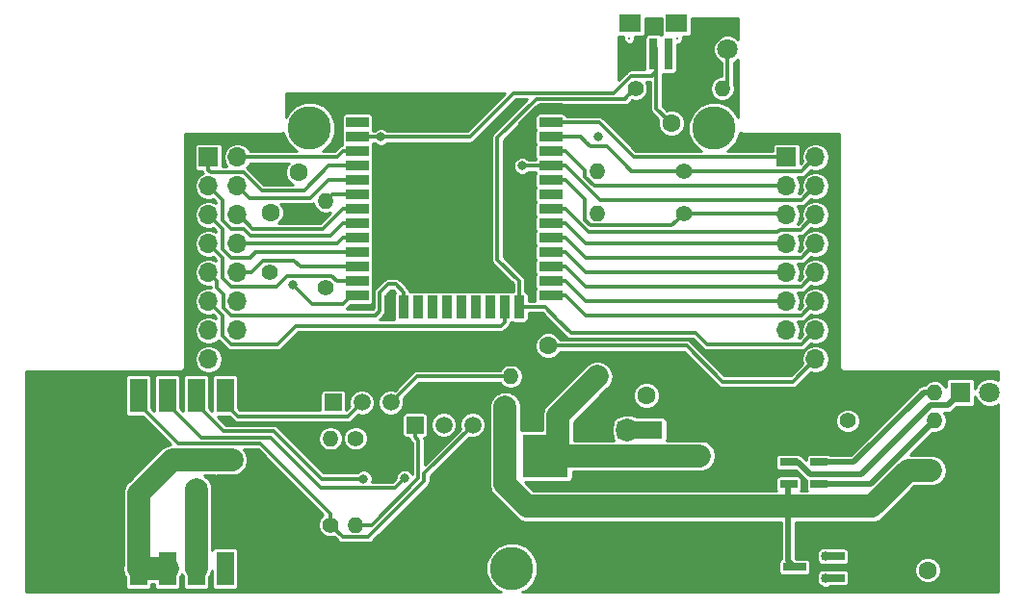
<source format=gbr>
G04 #@! TF.GenerationSoftware,KiCad,Pcbnew,(5.0.2)-1*
G04 #@! TF.CreationDate,2019-10-04T12:41:36+03:00*
G04 #@! TF.ProjectId,esp32d-diy,65737033-3264-42d6-9469-792e6b696361,1.0*
G04 #@! TF.SameCoordinates,Original*
G04 #@! TF.FileFunction,Copper,L1,Top*
G04 #@! TF.FilePolarity,Positive*
%FSLAX46Y46*%
G04 Gerber Fmt 4.6, Leading zero omitted, Abs format (unit mm)*
G04 Created by KiCad (PCBNEW (5.0.2)-1) date 04.10.2019 12:41:36*
%MOMM*%
%LPD*%
G01*
G04 APERTURE LIST*
G04 #@! TA.AperFunction,ComponentPad*
%ADD10C,3.800000*%
G04 #@! TD*
G04 #@! TA.AperFunction,SMDPad,CuDef*
%ADD11R,5.000000X5.000000*%
G04 #@! TD*
G04 #@! TA.AperFunction,SMDPad,CuDef*
%ADD12R,2.000000X0.900000*%
G04 #@! TD*
G04 #@! TA.AperFunction,SMDPad,CuDef*
%ADD13R,0.900000X2.000000*%
G04 #@! TD*
G04 #@! TA.AperFunction,ComponentPad*
%ADD14R,1.700000X1.700000*%
G04 #@! TD*
G04 #@! TA.AperFunction,ComponentPad*
%ADD15O,1.700000X1.700000*%
G04 #@! TD*
G04 #@! TA.AperFunction,ComponentPad*
%ADD16O,1.400000X1.400000*%
G04 #@! TD*
G04 #@! TA.AperFunction,ComponentPad*
%ADD17C,1.400000*%
G04 #@! TD*
G04 #@! TA.AperFunction,ComponentPad*
%ADD18R,1.800000X1.800000*%
G04 #@! TD*
G04 #@! TA.AperFunction,ComponentPad*
%ADD19C,1.800000*%
G04 #@! TD*
G04 #@! TA.AperFunction,ComponentPad*
%ADD20C,1.600000*%
G04 #@! TD*
G04 #@! TA.AperFunction,SMDPad,CuDef*
%ADD21R,1.524000X3.000000*%
G04 #@! TD*
G04 #@! TA.AperFunction,ComponentPad*
%ADD22R,1.500000X1.500000*%
G04 #@! TD*
G04 #@! TA.AperFunction,ComponentPad*
%ADD23C,1.500000*%
G04 #@! TD*
G04 #@! TA.AperFunction,Conductor*
%ADD24C,0.100000*%
G04 #@! TD*
G04 #@! TA.AperFunction,ComponentPad*
%ADD25C,1.200000*%
G04 #@! TD*
G04 #@! TA.AperFunction,ComponentPad*
%ADD26O,1.750000X1.200000*%
G04 #@! TD*
G04 #@! TA.AperFunction,SMDPad,CuDef*
%ADD27R,1.560000X0.650000*%
G04 #@! TD*
G04 #@! TA.AperFunction,SMDPad,CuDef*
%ADD28R,2.000000X0.700000*%
G04 #@! TD*
G04 #@! TA.AperFunction,SMDPad,CuDef*
%ADD29R,4.000000X3.800000*%
G04 #@! TD*
G04 #@! TA.AperFunction,SMDPad,CuDef*
%ADD30R,4.000000X1.500000*%
G04 #@! TD*
G04 #@! TA.AperFunction,SMDPad,CuDef*
%ADD31R,0.750000X2.800000*%
G04 #@! TD*
G04 #@! TA.AperFunction,SMDPad,CuDef*
%ADD32R,1.900000X1.600000*%
G04 #@! TD*
G04 #@! TA.AperFunction,ComponentPad*
%ADD33C,0.250000*%
G04 #@! TD*
G04 #@! TA.AperFunction,ViaPad*
%ADD34C,0.800000*%
G04 #@! TD*
G04 #@! TA.AperFunction,ViaPad*
%ADD35C,1.000000*%
G04 #@! TD*
G04 #@! TA.AperFunction,ViaPad*
%ADD36C,2.000000*%
G04 #@! TD*
G04 #@! TA.AperFunction,Conductor*
%ADD37C,0.310000*%
G04 #@! TD*
G04 #@! TA.AperFunction,Conductor*
%ADD38C,0.254000*%
G04 #@! TD*
G04 #@! TA.AperFunction,Conductor*
%ADD39C,1.000000*%
G04 #@! TD*
G04 #@! TA.AperFunction,Conductor*
%ADD40C,2.000000*%
G04 #@! TD*
G04 #@! TA.AperFunction,Conductor*
%ADD41C,0.508000*%
G04 #@! TD*
G04 APERTURE END LIST*
D10*
G04 #@! TO.P,H1,1*
G04 #@! TO.N,N/C*
X101600000Y-104775000D03*
G04 #@! TD*
G04 #@! TO.P,H2,1*
G04 #@! TO.N,N/C*
X137160000Y-104775000D03*
G04 #@! TD*
G04 #@! TO.P,H3,1*
G04 #@! TO.N,N/C*
X119380000Y-143510000D03*
G04 #@! TD*
D11*
G04 #@! TO.P,U2,39*
G04 #@! TO.N,GND*
X113300000Y-110497000D03*
D12*
G04 #@! TO.P,U2,1*
X105800000Y-102997000D03*
G04 #@! TO.P,U2,2*
G04 #@! TO.N,+3.3V*
X105800000Y-104267000D03*
G04 #@! TO.P,U2,3*
G04 #@! TO.N,EN*
X105800000Y-105537000D03*
G04 #@! TO.P,U2,4*
G04 #@! TO.N,I36*
X105800000Y-106807000D03*
G04 #@! TO.P,U2,5*
G04 #@! TO.N,I39*
X105800000Y-108077000D03*
G04 #@! TO.P,U2,6*
G04 #@! TO.N,I34*
X105800000Y-109347000D03*
G04 #@! TO.P,U2,7*
G04 #@! TO.N,I35*
X105800000Y-110617000D03*
G04 #@! TO.P,U2,8*
G04 #@! TO.N,IO32*
X105800000Y-111887000D03*
G04 #@! TO.P,U2,9*
G04 #@! TO.N,IO33*
X105800000Y-113157000D03*
G04 #@! TO.P,U2,10*
G04 #@! TO.N,IO25*
X105800000Y-114427000D03*
G04 #@! TO.P,U2,11*
G04 #@! TO.N,IO26*
X105800000Y-115697000D03*
G04 #@! TO.P,U2,12*
G04 #@! TO.N,IO27*
X105800000Y-116967000D03*
G04 #@! TO.P,U2,13*
G04 #@! TO.N,HSPI_CLK*
X105800000Y-118237000D03*
G04 #@! TO.P,U2,14*
G04 #@! TO.N,HSPI_MISO*
X105800000Y-119507000D03*
D13*
G04 #@! TO.P,U2,15*
G04 #@! TO.N,GND*
X108585000Y-120507000D03*
G04 #@! TO.P,U2,16*
G04 #@! TO.N,HSPI_MOSI*
X109855000Y-120507000D03*
G04 #@! TO.P,U2,17*
G04 #@! TO.N,N/C*
X111125000Y-120507000D03*
G04 #@! TO.P,U2,18*
X112395000Y-120507000D03*
G04 #@! TO.P,U2,19*
X113665000Y-120507000D03*
G04 #@! TO.P,U2,20*
X114935000Y-120507000D03*
G04 #@! TO.P,U2,21*
X116205000Y-120507000D03*
G04 #@! TO.P,U2,22*
X117475000Y-120507000D03*
G04 #@! TO.P,U2,23*
G04 #@! TO.N,IO15*
X118745000Y-120507000D03*
G04 #@! TO.P,U2,24*
G04 #@! TO.N,IO2*
X120015000Y-120507000D03*
D12*
G04 #@! TO.P,U2,25*
G04 #@! TO.N,IO0*
X122800000Y-119507000D03*
G04 #@! TO.P,U2,26*
G04 #@! TO.N,IO4*
X122800000Y-118237000D03*
G04 #@! TO.P,U2,27*
G04 #@! TO.N,IO16*
X122800000Y-116967000D03*
G04 #@! TO.P,U2,28*
G04 #@! TO.N,IO17*
X122800000Y-115697000D03*
G04 #@! TO.P,U2,29*
G04 #@! TO.N,IO5*
X122800000Y-114427000D03*
G04 #@! TO.P,U2,30*
G04 #@! TO.N,VSPI_CLK*
X122800000Y-113157000D03*
G04 #@! TO.P,U2,31*
G04 #@! TO.N,VSPI_MISO*
X122800000Y-111887000D03*
G04 #@! TO.P,U2,32*
G04 #@! TO.N,N/C*
X122800000Y-110617000D03*
G04 #@! TO.P,U2,33*
G04 #@! TO.N,I2C_SDA*
X122800000Y-109347000D03*
G04 #@! TO.P,U2,34*
G04 #@! TO.N,IO3*
X122800000Y-108077000D03*
G04 #@! TO.P,U2,35*
G04 #@! TO.N,IO1*
X122800000Y-106807000D03*
G04 #@! TO.P,U2,36*
G04 #@! TO.N,I2C_SCL*
X122800000Y-105537000D03*
G04 #@! TO.P,U2,37*
G04 #@! TO.N,VSPI_MOSI*
X122800000Y-104267000D03*
G04 #@! TO.P,U2,38*
G04 #@! TO.N,GND*
X122800000Y-102997000D03*
G04 #@! TD*
D14*
G04 #@! TO.P,J2,1*
G04 #@! TO.N,VSPI_MOSI*
X143510000Y-107315000D03*
D15*
G04 #@! TO.P,J2,2*
G04 #@! TO.N,I2C_SCL*
X146050000Y-107315000D03*
G04 #@! TO.P,J2,3*
G04 #@! TO.N,IO1*
X143510000Y-109855000D03*
G04 #@! TO.P,J2,4*
G04 #@! TO.N,IO3*
X146050000Y-109855000D03*
G04 #@! TO.P,J2,5*
G04 #@! TO.N,I2C_SDA*
X143510000Y-112395000D03*
G04 #@! TO.P,J2,6*
G04 #@! TO.N,VSPI_MISO*
X146050000Y-112395000D03*
G04 #@! TO.P,J2,7*
G04 #@! TO.N,VSPI_CLK*
X143510000Y-114935000D03*
G04 #@! TO.P,J2,8*
G04 #@! TO.N,IO5*
X146050000Y-114935000D03*
G04 #@! TO.P,J2,9*
G04 #@! TO.N,IO17*
X143510000Y-117475000D03*
G04 #@! TO.P,J2,10*
G04 #@! TO.N,IO16*
X146050000Y-117475000D03*
G04 #@! TO.P,J2,11*
G04 #@! TO.N,IO4*
X143510000Y-120015000D03*
G04 #@! TO.P,J2,12*
G04 #@! TO.N,IO0*
X146050000Y-120015000D03*
G04 #@! TO.P,J2,13*
G04 #@! TO.N,+3.3V*
X143510000Y-122555000D03*
G04 #@! TO.P,J2,14*
G04 #@! TO.N,IO2*
X146050000Y-122555000D03*
G04 #@! TO.P,J2,15*
G04 #@! TO.N,GND*
X143510000Y-125095000D03*
G04 #@! TO.P,J2,16*
G04 #@! TO.N,EN*
X146050000Y-125095000D03*
G04 #@! TD*
D14*
G04 #@! TO.P,J1,1*
G04 #@! TO.N,I39*
X92710000Y-107315000D03*
D15*
G04 #@! TO.P,J1,2*
G04 #@! TO.N,I36*
X95250000Y-107315000D03*
G04 #@! TO.P,J1,3*
G04 #@! TO.N,IO33*
X92710000Y-109855000D03*
G04 #@! TO.P,J1,4*
G04 #@! TO.N,I34*
X95250000Y-109855000D03*
G04 #@! TO.P,J1,5*
G04 #@! TO.N,IO26*
X92710000Y-112395000D03*
G04 #@! TO.P,J1,6*
G04 #@! TO.N,IO32*
X95250000Y-112395000D03*
G04 #@! TO.P,J1,7*
G04 #@! TO.N,HSPI_CLK*
X92710000Y-114935000D03*
G04 #@! TO.P,J1,8*
G04 #@! TO.N,IO25*
X95250000Y-114935000D03*
G04 #@! TO.P,J1,9*
G04 #@! TO.N,HSPI_MOSI*
X92710000Y-117475000D03*
G04 #@! TO.P,J1,10*
G04 #@! TO.N,IO27*
X95250000Y-117475000D03*
G04 #@! TO.P,J1,11*
G04 #@! TO.N,IO15*
X92710000Y-120015000D03*
G04 #@! TO.P,J1,12*
G04 #@! TO.N,VBAT*
X95250000Y-120015000D03*
G04 #@! TO.P,J1,13*
G04 #@! TO.N,HSPI_MISO*
X92710000Y-122555000D03*
G04 #@! TO.P,J1,14*
G04 #@! TO.N,+3.3V*
X95250000Y-122555000D03*
G04 #@! TO.P,J1,15*
G04 #@! TO.N,EXT_5V*
X92710000Y-125095000D03*
G04 #@! TO.P,J1,16*
G04 #@! TO.N,GND*
X95250000Y-125095000D03*
G04 #@! TD*
D16*
G04 #@! TO.P,R3,2*
G04 #@! TO.N,+3.3V*
X126873000Y-112268000D03*
D17*
G04 #@! TO.P,R3,1*
G04 #@! TO.N,I2C_SDA*
X134493000Y-112268000D03*
G04 #@! TD*
G04 #@! TO.P,R4,1*
G04 #@! TO.N,I2C_SCL*
X134493000Y-108585000D03*
D16*
G04 #@! TO.P,R4,2*
G04 #@! TO.N,+3.3V*
X126873000Y-108585000D03*
G04 #@! TD*
D18*
G04 #@! TO.P,D2,1*
G04 #@! TO.N,GND*
X135798560Y-97835720D03*
D19*
G04 #@! TO.P,D2,2*
G04 #@! TO.N,Net-(D2-Pad2)*
X138338560Y-97835720D03*
G04 #@! TD*
D17*
G04 #@! TO.P,R2,1*
G04 #@! TO.N,IO2*
X130238500Y-101282500D03*
D16*
G04 #@! TO.P,R2,2*
G04 #@! TO.N,Net-(D2-Pad2)*
X137858500Y-101282500D03*
G04 #@! TD*
D20*
G04 #@! TO.P,C6,1*
G04 #@! TO.N,GND*
X130873500Y-104330500D03*
G04 #@! TO.P,C6,2*
G04 #@! TO.N,EN*
X133373500Y-104330500D03*
G04 #@! TD*
D18*
G04 #@! TO.P,D6,1*
G04 #@! TO.N,Net-(D6-Pad1)*
X158813500Y-128016000D03*
D19*
G04 #@! TO.P,D6,2*
G04 #@! TO.N,Net-(D6-Pad2)*
X161353500Y-128016000D03*
G04 #@! TD*
D17*
G04 #@! TO.P,R10,1*
G04 #@! TO.N,Net-(D6-Pad2)*
X148889720Y-130520440D03*
D16*
G04 #@! TO.P,R10,2*
G04 #@! TO.N,VBUS*
X156509720Y-130520440D03*
G04 #@! TD*
D17*
G04 #@! TO.P,R1,1*
G04 #@! TO.N,+3.3V*
X126873000Y-126619000D03*
D16*
G04 #@! TO.P,R1,2*
G04 #@! TO.N,EN*
X119253000Y-126619000D03*
G04 #@! TD*
D20*
G04 #@! TO.P,C1,1*
G04 #@! TO.N,+3.3V*
X100647500Y-108648500D03*
G04 #@! TO.P,C1,2*
G04 #@! TO.N,GND*
X98147500Y-108648500D03*
G04 #@! TD*
G04 #@! TO.P,C2,1*
G04 #@! TO.N,+3.3V*
X98140520Y-112186720D03*
G04 #@! TO.P,C2,2*
G04 #@! TO.N,GND*
X100640520Y-112186720D03*
G04 #@! TD*
G04 #@! TO.P,C3,2*
G04 #@! TO.N,GND*
X120060080Y-123916440D03*
G04 #@! TO.P,C3,1*
G04 #@! TO.N,EN*
X122560080Y-123916440D03*
G04 #@! TD*
D16*
G04 #@! TO.P,R12,2*
G04 #@! TO.N,I35*
X102997000Y-111188500D03*
D17*
G04 #@! TO.P,R12,1*
G04 #@! TO.N,VBAT*
X102997000Y-118808500D03*
G04 #@! TD*
G04 #@! TO.P,R13,1*
G04 #@! TO.N,I35*
X98107500Y-117475000D03*
D16*
G04 #@! TO.P,R13,2*
G04 #@! TO.N,GND*
X98107500Y-125095000D03*
G04 #@! TD*
D21*
G04 #@! TO.P,U6,1*
G04 #@! TO.N,GND*
X99237800Y-128270000D03*
G04 #@! TO.P,U6,2*
X96697800Y-128270000D03*
G04 #@! TO.P,U6,3*
G04 #@! TO.N,RTS*
X94157800Y-128270000D03*
G04 #@! TO.P,U6,4*
G04 #@! TO.N,IO1*
X91617800Y-128270000D03*
G04 #@! TO.P,U6,5*
G04 #@! TO.N,IO3*
X89077800Y-128270000D03*
G04 #@! TO.P,U6,6*
G04 #@! TO.N,DTR*
X86537800Y-128270000D03*
G04 #@! TO.P,U6,7*
G04 #@! TO.N,GND*
X83997800Y-128270000D03*
G04 #@! TO.P,U6,8*
X81457800Y-128270000D03*
G04 #@! TO.P,U6,9*
X78917800Y-128270000D03*
G04 #@! TO.P,U6,10*
X78917800Y-143510000D03*
G04 #@! TO.P,U6,11*
X81457800Y-143510000D03*
G04 #@! TO.P,U6,13*
G04 #@! TO.N,+3.3V*
X86537800Y-143510000D03*
G04 #@! TO.P,U6,12*
G04 #@! TO.N,GND*
X83997800Y-143510000D03*
G04 #@! TO.P,U6,14*
G04 #@! TO.N,+3.3V*
X89077800Y-143510000D03*
G04 #@! TO.P,U6,15*
G04 #@! TO.N,EXT_5V*
X91617800Y-143510000D03*
G04 #@! TO.P,U6,16*
G04 #@! TO.N,VBUS*
X94157800Y-143510000D03*
G04 #@! TO.P,U6,17*
G04 #@! TO.N,GND*
X96697800Y-143510000D03*
G04 #@! TO.P,U6,18*
X99237800Y-143510000D03*
G04 #@! TD*
D17*
G04 #@! TO.P,R8,1*
G04 #@! TO.N,DTR*
X103438960Y-139689840D03*
D16*
G04 #@! TO.P,R8,2*
G04 #@! TO.N,Net-(Q1-Pad1)*
X103438960Y-132069840D03*
G04 #@! TD*
G04 #@! TO.P,R9,2*
G04 #@! TO.N,Net-(Q2-Pad1)*
X105643680Y-139689840D03*
D17*
G04 #@! TO.P,R9,1*
G04 #@! TO.N,RTS*
X105643680Y-132069840D03*
G04 #@! TD*
D22*
G04 #@! TO.P,Q1,1*
G04 #@! TO.N,Net-(Q1-Pad1)*
X103657400Y-128910080D03*
D23*
G04 #@! TO.P,Q1,3*
G04 #@! TO.N,EN*
X108737400Y-128910080D03*
G04 #@! TO.P,Q1,2*
G04 #@! TO.N,RTS*
X106197400Y-128910080D03*
G04 #@! TD*
G04 #@! TO.P,Q2,2*
G04 #@! TO.N,IO0*
X113395760Y-130891280D03*
G04 #@! TO.P,Q2,3*
G04 #@! TO.N,DTR*
X115935760Y-130891280D03*
D22*
G04 #@! TO.P,Q2,1*
G04 #@! TO.N,Net-(Q2-Pad1)*
X110855760Y-130891280D03*
G04 #@! TD*
D20*
G04 #@! TO.P,C4,1*
G04 #@! TO.N,EXT_5V*
X131221480Y-128285240D03*
G04 #@! TO.P,C4,2*
G04 #@! TO.N,GND*
X131221480Y-125785240D03*
G04 #@! TD*
G04 #@! TO.P,C5,2*
G04 #@! TO.N,GND*
X138395080Y-133609080D03*
G04 #@! TO.P,C5,1*
G04 #@! TO.N,+3.3V*
X135895080Y-133609080D03*
G04 #@! TD*
D24*
G04 #@! TO.N,GND*
G04 #@! TO.C,J4*
G36*
X156839185Y-136291204D02*
X156863453Y-136294804D01*
X156887252Y-136300765D01*
X156910351Y-136309030D01*
X156932530Y-136319520D01*
X156953573Y-136332132D01*
X156973279Y-136346747D01*
X156991457Y-136363223D01*
X157007933Y-136381401D01*
X157022548Y-136401107D01*
X157035160Y-136422150D01*
X157045650Y-136444329D01*
X157053915Y-136467428D01*
X157059876Y-136491227D01*
X157063476Y-136515495D01*
X157064680Y-136539999D01*
X157064680Y-137240001D01*
X157063476Y-137264505D01*
X157059876Y-137288773D01*
X157053915Y-137312572D01*
X157045650Y-137335671D01*
X157035160Y-137357850D01*
X157022548Y-137378893D01*
X157007933Y-137398599D01*
X156991457Y-137416777D01*
X156973279Y-137433253D01*
X156953573Y-137447868D01*
X156932530Y-137460480D01*
X156910351Y-137470970D01*
X156887252Y-137479235D01*
X156863453Y-137485196D01*
X156839185Y-137488796D01*
X156814681Y-137490000D01*
X155564679Y-137490000D01*
X155540175Y-137488796D01*
X155515907Y-137485196D01*
X155492108Y-137479235D01*
X155469009Y-137470970D01*
X155446830Y-137460480D01*
X155425787Y-137447868D01*
X155406081Y-137433253D01*
X155387903Y-137416777D01*
X155371427Y-137398599D01*
X155356812Y-137378893D01*
X155344200Y-137357850D01*
X155333710Y-137335671D01*
X155325445Y-137312572D01*
X155319484Y-137288773D01*
X155315884Y-137264505D01*
X155314680Y-137240001D01*
X155314680Y-136539999D01*
X155315884Y-136515495D01*
X155319484Y-136491227D01*
X155325445Y-136467428D01*
X155333710Y-136444329D01*
X155344200Y-136422150D01*
X155356812Y-136401107D01*
X155371427Y-136381401D01*
X155387903Y-136363223D01*
X155406081Y-136346747D01*
X155425787Y-136332132D01*
X155446830Y-136319520D01*
X155469009Y-136309030D01*
X155492108Y-136300765D01*
X155515907Y-136294804D01*
X155540175Y-136291204D01*
X155564679Y-136290000D01*
X156814681Y-136290000D01*
X156839185Y-136291204D01*
X156839185Y-136291204D01*
G37*
D25*
G04 #@! TD*
G04 #@! TO.P,J4,1*
G04 #@! TO.N,GND*
X156189680Y-136890000D03*
D26*
G04 #@! TO.P,J4,2*
G04 #@! TO.N,VBAT*
X156189680Y-134890000D03*
G04 #@! TD*
D27*
G04 #@! TO.P,U4,1*
G04 #@! TO.N,Net-(D6-Pad1)*
X143689080Y-134167840D03*
G04 #@! TO.P,U4,2*
G04 #@! TO.N,GND*
X143689080Y-135117840D03*
G04 #@! TO.P,U4,3*
G04 #@! TO.N,VBAT*
X143689080Y-136067840D03*
G04 #@! TO.P,U4,4*
G04 #@! TO.N,VBUS*
X146389080Y-136067840D03*
G04 #@! TO.P,U4,5*
G04 #@! TO.N,Net-(R11-Pad2)*
X146389080Y-134167840D03*
G04 #@! TD*
D28*
G04 #@! TO.P,Q3,1*
G04 #@! TO.N,VBUS*
X147597600Y-144343160D03*
G04 #@! TO.P,Q3,2*
G04 #@! TO.N,EXT_5V*
X147597600Y-142443160D03*
G04 #@! TO.P,Q3,3*
G04 #@! TO.N,VBAT*
X144197600Y-143393160D03*
G04 #@! TD*
D20*
G04 #@! TO.P,C9,1*
G04 #@! TO.N,VBUS*
X155905200Y-143652240D03*
G04 #@! TO.P,C9,2*
G04 #@! TO.N,GND*
X155905200Y-141152240D03*
G04 #@! TD*
D17*
G04 #@! TO.P,R11,1*
G04 #@! TO.N,GND*
X148915120Y-128016000D03*
D16*
G04 #@! TO.P,R11,2*
G04 #@! TO.N,Net-(R11-Pad2)*
X156535120Y-128016000D03*
G04 #@! TD*
D29*
G04 #@! TO.P,U1,2*
G04 #@! TO.N,+3.3V*
X122342000Y-133604000D03*
D30*
X130642000Y-133604000D03*
G04 #@! TO.P,U1,3*
G04 #@! TO.N,EXT_5V*
X130642000Y-131304000D03*
G04 #@! TO.P,U1,1*
G04 #@! TO.N,GND*
X130642000Y-135904000D03*
G04 #@! TD*
D31*
G04 #@! TO.P,SW1,1*
G04 #@! TO.N,GND*
X130510760Y-98241160D03*
G04 #@! TO.P,SW1,2*
G04 #@! TO.N,EN*
X131810760Y-98241160D03*
D32*
G04 #@! TO.P,SW1,MP*
G04 #@! TO.N,N/C*
X133850760Y-95531160D03*
X129760760Y-95531160D03*
D33*
G04 #@! TO.P,SW1,6*
X129685760Y-96841160D03*
G04 #@! TO.P,SW1,7*
X133935760Y-96841160D03*
D31*
G04 #@! TO.P,SW1,3*
X133110760Y-98241160D03*
G04 #@! TD*
D10*
G04 #@! TO.P,H4,1*
G04 #@! TO.N,GND*
X113228120Y-110525560D03*
G04 #@! TD*
D34*
G04 #@! TO.N,GND*
X130759200Y-97693480D03*
X99298760Y-128264920D03*
X108585000Y-120523000D03*
X107777280Y-107553760D03*
X116840000Y-114173000D03*
X120142000Y-105918000D03*
X113553240Y-104612440D03*
G04 #@! TO.N,EN*
X107863640Y-105537000D03*
G04 #@! TO.N,HSPI_MISO*
X100094669Y-118508509D03*
G04 #@! TO.N,IO0*
X122809000Y-119507000D03*
G04 #@! TO.N,IO3*
X120269000Y-108077000D03*
X109951520Y-135579490D03*
G04 #@! TO.N,IO1*
X122800000Y-106807000D03*
X106337100Y-135610600D03*
D35*
G04 #@! TO.N,EXT_5V*
X91643200Y-143497300D03*
D36*
X91643200Y-136550400D03*
D34*
X146923000Y-142433000D03*
D36*
X129540000Y-131318000D03*
D35*
G04 #@! TO.N,+3.3V*
X86588600Y-143497300D03*
D34*
X105791000Y-104267000D03*
X127000000Y-105537000D03*
D36*
X123444000Y-133985000D03*
X94767400Y-133972300D03*
D35*
G04 #@! TO.N,VBUS*
X94170500Y-143510000D03*
D34*
X146939000Y-144399000D03*
G04 #@! TO.N,VBAT*
X143667480Y-138104880D03*
D36*
X118785640Y-129306320D03*
G04 #@! TD*
D37*
G04 #@! TO.N,GND*
X120142000Y-105352315D02*
X120142000Y-105918000D01*
X120142000Y-104345000D02*
X120142000Y-105352315D01*
X122800000Y-102997000D02*
X121490000Y-102997000D01*
X121490000Y-102997000D02*
X120142000Y-104345000D01*
D38*
X98560000Y-128668677D02*
X98636011Y-128592666D01*
D37*
G04 #@! TO.N,EN*
X115697000Y-105537000D02*
X115697000Y-105537000D01*
X144081500Y-127063500D02*
X141097000Y-127063500D01*
X146050000Y-125095000D02*
X144081500Y-127063500D01*
X139192000Y-127063500D02*
X141097000Y-127063500D01*
X133373500Y-104330500D02*
X132080000Y-103037000D01*
X132080000Y-98331000D02*
X132080000Y-97731000D01*
X132080000Y-99187000D02*
X132080000Y-97731000D01*
X111028480Y-126619000D02*
X119253000Y-126619000D01*
X108737400Y-128910080D02*
X111028480Y-126619000D01*
X139192000Y-127063500D02*
X137858500Y-127063500D01*
X134711440Y-123916440D02*
X122560080Y-123916440D01*
X137858500Y-127063500D02*
X134711440Y-123916440D01*
X132080000Y-103037000D02*
X132080000Y-99740720D01*
X132080000Y-99740720D02*
X132080000Y-99187000D01*
X105800000Y-105537000D02*
X107863640Y-105537000D01*
X131683760Y-100136960D02*
X132080000Y-99740720D01*
X129881067Y-100136960D02*
X131683760Y-100136960D01*
X128336040Y-101681987D02*
X129881067Y-100136960D01*
X119552013Y-101681987D02*
X128336040Y-101681987D01*
X115697000Y-105537000D02*
X119552013Y-101681987D01*
X107863640Y-105537000D02*
X115697000Y-105537000D01*
G04 #@! TO.N,IO32*
X95250000Y-112395000D02*
X95351600Y-112395000D01*
X95351600Y-112395000D02*
X96601280Y-113644680D01*
X104490000Y-111887000D02*
X105800000Y-111887000D01*
X102732320Y-113644680D02*
X104490000Y-111887000D01*
X96601280Y-113644680D02*
X102732320Y-113644680D01*
G04 #@! TO.N,IO33*
X93915001Y-111060001D02*
X92710000Y-109855000D01*
X105800000Y-113157000D02*
X104490000Y-113157000D01*
X104490000Y-113157000D02*
X103458760Y-114188240D01*
X103458760Y-114188240D02*
X96413320Y-114188240D01*
X93915001Y-112843403D02*
X93915001Y-111060001D01*
X96413320Y-114188240D02*
X95828591Y-113603511D01*
X95828591Y-113603511D02*
X94675109Y-113603511D01*
X94675109Y-113603511D02*
X93915001Y-112843403D01*
G04 #@! TO.N,IO25*
X105800000Y-114427000D02*
X104490000Y-114427000D01*
X96452081Y-114935000D02*
X95250000Y-114935000D01*
X103982000Y-114935000D02*
X96452081Y-114935000D01*
X104490000Y-114427000D02*
X103982000Y-114935000D01*
G04 #@! TO.N,IO26*
X93915001Y-113600001D02*
X93559999Y-113244999D01*
X93915001Y-115383403D02*
X93915001Y-113600001D01*
X93559999Y-113244999D02*
X92710000Y-112395000D01*
X94671599Y-116140001D02*
X93915001Y-115383403D01*
X96371735Y-116140001D02*
X94671599Y-116140001D01*
X96814736Y-115697000D02*
X96371735Y-116140001D01*
X105800000Y-115697000D02*
X96814736Y-115697000D01*
G04 #@! TO.N,IO27*
X104490000Y-116967000D02*
X105800000Y-116967000D01*
X97507082Y-116419999D02*
X100227499Y-116419999D01*
X96452081Y-117475000D02*
X97507082Y-116419999D01*
X95250000Y-117475000D02*
X96452081Y-117475000D01*
X100774500Y-116967000D02*
X104490000Y-116967000D01*
X100227499Y-116419999D02*
X100774500Y-116967000D01*
G04 #@! TO.N,HSPI_CLK*
X93915001Y-116140001D02*
X92710000Y-114935000D01*
X93915001Y-117923403D02*
X93915001Y-116140001D01*
X94671599Y-118680001D02*
X93915001Y-117923403D01*
X98712256Y-118680001D02*
X94671599Y-118680001D01*
X99638758Y-117753499D02*
X98712256Y-118680001D01*
X103986902Y-118237000D02*
X103503401Y-117753499D01*
X103503401Y-117753499D02*
X99638758Y-117753499D01*
X105800000Y-118237000D02*
X103986902Y-118237000D01*
G04 #@! TO.N,HSPI_MISO*
X100494668Y-118908508D02*
X100094669Y-118508509D01*
X105250000Y-119507000D02*
X104490000Y-120267000D01*
X104490000Y-120267000D02*
X101853160Y-120267000D01*
X105800000Y-119507000D02*
X105250000Y-119507000D01*
X101853160Y-120267000D02*
X100494668Y-118908508D01*
G04 #@! TO.N,HSPI_MOSI*
X93464588Y-118229589D02*
X92710000Y-117475000D01*
X93464588Y-118829253D02*
X93464588Y-118229589D01*
X94044999Y-119409664D02*
X93464588Y-118829253D01*
X94674597Y-121222999D02*
X94044999Y-120593401D01*
X107377001Y-121222999D02*
X94674597Y-121222999D01*
X94044999Y-120593401D02*
X94044999Y-119409664D01*
X109149000Y-118491000D02*
X108511998Y-118491000D01*
X109855000Y-120507000D02*
X109855000Y-119197000D01*
X108511998Y-118491000D02*
X107779999Y-119222999D01*
X107779999Y-119222999D02*
X107779999Y-120820001D01*
X109855000Y-119197000D02*
X109149000Y-118491000D01*
X107779999Y-120820001D02*
X107377001Y-121222999D01*
G04 #@! TO.N,IO15*
X95123000Y-123762999D02*
X95822999Y-123762999D01*
X93559999Y-120864999D02*
X92710000Y-120015000D01*
X93915001Y-121220001D02*
X93559999Y-120864999D01*
X93915001Y-123003403D02*
X93915001Y-121220001D01*
X94674597Y-123762999D02*
X93915001Y-123003403D01*
X95123000Y-123762999D02*
X94674597Y-123762999D01*
X118745000Y-121817000D02*
X118745000Y-120507000D01*
X118388000Y-122174000D02*
X118745000Y-121817000D01*
X100393500Y-122174000D02*
X118388000Y-122174000D01*
X98804501Y-123762999D02*
X100393500Y-122174000D01*
X95123000Y-123762999D02*
X98804501Y-123762999D01*
G04 #@! TO.N,IO2*
X120015000Y-119197000D02*
X120015000Y-120507000D01*
X120015000Y-120507000D02*
X120775000Y-120507000D01*
X120015000Y-120507000D02*
X122285000Y-120507000D01*
X124333000Y-122555000D02*
X123444000Y-121666000D01*
X122285000Y-120507000D02*
X123444000Y-121666000D01*
X123444000Y-121666000D02*
X124559490Y-122781490D01*
X120015000Y-120507000D02*
X120015000Y-118237000D01*
X129329003Y-102191997D02*
X129538501Y-101982499D01*
X129538501Y-101982499D02*
X130238500Y-101282500D01*
X121516001Y-102191997D02*
X129329003Y-102191997D01*
X118110000Y-105597998D02*
X121516001Y-102191997D01*
X118110000Y-116332000D02*
X118110000Y-105597998D01*
X120015000Y-118237000D02*
X118110000Y-116332000D01*
X136502751Y-123760001D02*
X135524240Y-122781490D01*
X144844999Y-123760001D02*
X136502751Y-123760001D01*
X146050000Y-122555000D02*
X144844999Y-123760001D01*
X124559490Y-122781490D02*
X135524240Y-122781490D01*
G04 #@! TO.N,IO0*
X124110000Y-119507000D02*
X122809000Y-119507000D01*
X122809000Y-119507000D02*
X122800000Y-119507000D01*
X125823001Y-121220001D02*
X125349000Y-120746000D01*
X144844999Y-121220001D02*
X125823001Y-121220001D01*
X146050000Y-120015000D02*
X144844999Y-121220001D01*
X125825999Y-121222999D02*
X125349000Y-120746000D01*
X125349000Y-120746000D02*
X124110000Y-119507000D01*
X122809000Y-119507000D02*
X122809000Y-119507000D01*
G04 #@! TO.N,IO4*
X122800000Y-118237000D02*
X124110000Y-118237000D01*
X125888000Y-120015000D02*
X125603000Y-119730000D01*
X143510000Y-120015000D02*
X125888000Y-120015000D01*
X124110000Y-118237000D02*
X125603000Y-119730000D01*
X125603000Y-119730000D02*
X125761000Y-119888000D01*
G04 #@! TO.N,IO16*
X124110000Y-116967000D02*
X122800000Y-116967000D01*
X125823001Y-118680001D02*
X125349000Y-118206000D01*
X144844999Y-118680001D02*
X125823001Y-118680001D01*
X146050000Y-117475000D02*
X144844999Y-118680001D01*
X125696001Y-118553001D02*
X125349000Y-118206000D01*
X125349000Y-118206000D02*
X124110000Y-116967000D01*
G04 #@! TO.N,IO17*
X122800000Y-115697000D02*
X124110000Y-115697000D01*
X125888000Y-117475000D02*
X124999000Y-116586000D01*
X143510000Y-117475000D02*
X125888000Y-117475000D01*
X124110000Y-115697000D02*
X124999000Y-116586000D01*
X124999000Y-116586000D02*
X125761000Y-117348000D01*
G04 #@! TO.N,IO5*
X124110000Y-114427000D02*
X122800000Y-114427000D01*
X125823001Y-116140001D02*
X125603000Y-115920000D01*
X144844999Y-116140001D02*
X125823001Y-116140001D01*
X146050000Y-114935000D02*
X144844999Y-116140001D01*
X125696001Y-116013001D02*
X125603000Y-115920000D01*
X125603000Y-115920000D02*
X124110000Y-114427000D01*
G04 #@! TO.N,VSPI_CLK*
X122800000Y-113157000D02*
X124110000Y-113157000D01*
X125888000Y-114935000D02*
X125603000Y-114650000D01*
X143510000Y-114935000D02*
X125888000Y-114935000D01*
X124110000Y-113157000D02*
X125603000Y-114650000D01*
X125603000Y-114650000D02*
X125761000Y-114808000D01*
G04 #@! TO.N,VSPI_MISO*
X124110000Y-111887000D02*
X122800000Y-111887000D01*
X125696001Y-113473001D02*
X124999000Y-112776000D01*
X124999000Y-112776000D02*
X124110000Y-111887000D01*
X142740588Y-113921010D02*
X126144010Y-113921010D01*
X126144010Y-113921010D02*
X124999000Y-112776000D01*
X144715001Y-113729999D02*
X142931599Y-113729999D01*
X142931599Y-113729999D02*
X142740588Y-113921010D01*
X146050000Y-112395000D02*
X144715001Y-113729999D01*
G04 #@! TO.N,I2C_SDA*
X143383000Y-112268000D02*
X143510000Y-112395000D01*
X134493000Y-112268000D02*
X143383000Y-112268000D01*
X125817999Y-111054999D02*
X125817999Y-112863999D01*
X124110000Y-109347000D02*
X125817999Y-111054999D01*
X122800000Y-109347000D02*
X124110000Y-109347000D01*
X133793001Y-112967999D02*
X134493000Y-112268000D01*
X133437999Y-113323001D02*
X133793001Y-112967999D01*
X126277001Y-113323001D02*
X133437999Y-113323001D01*
X125817999Y-112863999D02*
X126277001Y-113323001D01*
D38*
G04 #@! TO.N,IO3*
X122800000Y-108077000D02*
X121546000Y-108077000D01*
D37*
X122800000Y-108077000D02*
X121490000Y-108077000D01*
X121490000Y-108077000D02*
X120269000Y-108077000D01*
X146050000Y-109855000D02*
X144844999Y-111060001D01*
X144844999Y-111060001D02*
X130429000Y-111060001D01*
X130429000Y-111060001D02*
X129999423Y-111060001D01*
X130429000Y-111060001D02*
X128069659Y-111060001D01*
X127093001Y-111060001D02*
X128069659Y-111060001D01*
X124110000Y-108077000D02*
X127093001Y-111060001D01*
X122800000Y-108077000D02*
X124110000Y-108077000D01*
X98148669Y-132006869D02*
X92076669Y-132006869D01*
X92076669Y-132006869D02*
X89077800Y-129008000D01*
X89077800Y-129008000D02*
X89077800Y-128270000D01*
X102577900Y-136436100D02*
X98148669Y-132006869D01*
X106339640Y-136436100D02*
X102577900Y-136436100D01*
X106339640Y-136436100D02*
X107345480Y-136436100D01*
X107345480Y-136436100D02*
X108069380Y-136436100D01*
X107345480Y-136436100D02*
X109094910Y-136436100D01*
X109551521Y-135979489D02*
X109951520Y-135579490D01*
X109094910Y-136436100D02*
X109551521Y-135979489D01*
G04 #@! TO.N,IO1*
X122800000Y-106807000D02*
X122800000Y-106807000D01*
X143510000Y-109855000D02*
X130175000Y-109855000D01*
X125817999Y-108514999D02*
X125817999Y-109053999D01*
X122800000Y-106807000D02*
X124110000Y-106807000D01*
X124110000Y-106807000D02*
X125817999Y-108514999D01*
X126619000Y-109855000D02*
X128524000Y-109855000D01*
X125817999Y-109053999D02*
X126619000Y-109855000D01*
X143510000Y-109855000D02*
X128524000Y-109855000D01*
X106337100Y-135610600D02*
X102628700Y-135610600D01*
X102628700Y-135610600D02*
X98463100Y-131445000D01*
X91617800Y-129008000D02*
X91617800Y-128270000D01*
X94054800Y-131445000D02*
X91617800Y-129008000D01*
X98463100Y-131445000D02*
X94054800Y-131445000D01*
G04 #@! TO.N,I2C_SCL*
X122800000Y-105537000D02*
X125425000Y-105537000D01*
X125886612Y-105998612D02*
X125425000Y-105537000D01*
X126255010Y-106367010D02*
X125886612Y-105998612D01*
X127703010Y-106367010D02*
X126255010Y-106367010D01*
X129856001Y-108520001D02*
X129413000Y-108077000D01*
X144844999Y-108520001D02*
X129856001Y-108520001D01*
X146050000Y-107315000D02*
X144844999Y-108520001D01*
X129729001Y-108393001D02*
X129413000Y-108077000D01*
X129413000Y-108077000D02*
X127703010Y-106367010D01*
G04 #@! TO.N,VSPI_MOSI*
X122800000Y-104267000D02*
X126875000Y-104267000D01*
X127016422Y-104267000D02*
X126875000Y-104267000D01*
X130064422Y-107315000D02*
X127016422Y-104267000D01*
X143510000Y-107315000D02*
X130064422Y-107315000D01*
D39*
G04 #@! TO.N,EXT_5V*
X129768500Y-131089500D02*
X129540000Y-131318000D01*
D40*
X91643200Y-143497300D02*
X91643200Y-136550400D01*
G04 #@! TO.N,+3.3V*
X123825000Y-133604000D02*
X123444000Y-133985000D01*
X129642000Y-133604000D02*
X123825000Y-133604000D01*
X123444000Y-133985000D02*
X123444000Y-130048000D01*
X123444000Y-130048000D02*
X126873000Y-126619000D01*
X126873000Y-126619000D02*
X126873000Y-126619000D01*
X129642000Y-133604000D02*
X135890000Y-133604000D01*
X94767400Y-133972300D02*
X90195400Y-133972300D01*
X93353187Y-133972300D02*
X93327787Y-133946900D01*
X94767400Y-133972300D02*
X93353187Y-133972300D01*
X93327787Y-133946900D02*
X89535000Y-133946900D01*
X86588600Y-142790194D02*
X86588600Y-143497300D01*
X86588600Y-136893300D02*
X86588600Y-142790194D01*
X89535000Y-133946900D02*
X86588600Y-136893300D01*
X89077800Y-143510000D02*
X86537800Y-143510000D01*
D37*
G04 #@! TO.N,VBUS*
X146923000Y-144333000D02*
X146939000Y-144399000D01*
D41*
X148475660Y-136067840D02*
X146389080Y-136067840D01*
X146389080Y-136067840D02*
X150962320Y-136067840D01*
X150962320Y-136067840D02*
X156509720Y-130520440D01*
D37*
G04 #@! TO.N,Net-(D2-Pad2)*
X138338560Y-100802440D02*
X137858500Y-101282500D01*
X138338560Y-97835720D02*
X138338560Y-100802440D01*
G04 #@! TO.N,RTS*
X105447401Y-129660079D02*
X106197400Y-128910080D01*
X104982479Y-130125001D02*
X105447401Y-129660079D01*
X95274801Y-130125001D02*
X104982479Y-130125001D01*
X94157800Y-129008000D02*
X95274801Y-130125001D01*
X94157800Y-128270000D02*
X94157800Y-129008000D01*
G04 #@! TO.N,DTR*
X111680730Y-135806709D02*
X111680730Y-135146308D01*
X104493961Y-140744841D02*
X106742598Y-140744841D01*
X111680730Y-135146308D02*
X115935760Y-130891280D01*
X103438960Y-139689840D02*
X104493961Y-140744841D01*
X106742598Y-140744841D02*
X111680730Y-135806709D01*
X103438960Y-138699891D02*
X97255949Y-132516880D01*
X103438960Y-139689840D02*
X103438960Y-138699891D01*
X86537800Y-129008000D02*
X86537800Y-128270000D01*
X90046680Y-132516880D02*
X86537800Y-129008000D01*
X97255949Y-132516880D02*
X90046680Y-132516880D01*
G04 #@! TO.N,Net-(Q2-Pad1)*
X111170720Y-135595456D02*
X111170720Y-132266240D01*
X111170720Y-132266240D02*
X110855760Y-131951280D01*
X107076336Y-139689840D02*
X111170720Y-135595456D01*
X110855760Y-131951280D02*
X110855760Y-130891280D01*
X105643680Y-139689840D02*
X107076336Y-139689840D01*
D41*
G04 #@! TO.N,Net-(D6-Pad1)*
X144515800Y-134167840D02*
X145616310Y-135268350D01*
X156152237Y-129170001D02*
X157659499Y-129170001D01*
X157659499Y-129170001D02*
X158813500Y-128016000D01*
X145616310Y-135268350D02*
X150053888Y-135268350D01*
X150053888Y-135268350D02*
X156152237Y-129170001D01*
X143689080Y-134167840D02*
X144515800Y-134167840D01*
D37*
G04 #@! TO.N,I34*
X105800000Y-109347000D02*
X103215440Y-109347000D01*
X103215440Y-109347000D02*
X101671120Y-110891320D01*
X96286320Y-110891320D02*
X95250000Y-109855000D01*
X101671120Y-110891320D02*
X96286320Y-110891320D01*
D40*
G04 #@! TO.N,VBAT*
X120737158Y-138059160D02*
X122737158Y-138059160D01*
X118785640Y-136107642D02*
X120737158Y-138059160D01*
X118785640Y-129306320D02*
X118785640Y-136107642D01*
D41*
X143734800Y-138017240D02*
X143692880Y-138059160D01*
D40*
X143692880Y-138059160D02*
X122737158Y-138059160D01*
D41*
X143667480Y-136089440D02*
X143689080Y-136067840D01*
X143667480Y-138104880D02*
X143667480Y-136089440D01*
X143667480Y-142863040D02*
X144197600Y-143393160D01*
X143667480Y-138104880D02*
X143667480Y-142863040D01*
D40*
X154196442Y-134890000D02*
X151027282Y-138059160D01*
X156189680Y-134890000D02*
X154196442Y-134890000D01*
X151027282Y-138059160D02*
X143692880Y-138059160D01*
D37*
G04 #@! TO.N,I36*
X96452081Y-107315000D02*
X95250000Y-107315000D01*
X105800000Y-106807000D02*
X104490000Y-106807000D01*
X104490000Y-106807000D02*
X103982000Y-107315000D01*
X103982000Y-107315000D02*
X96452081Y-107315000D01*
G04 #@! TO.N,I39*
X103291736Y-108077000D02*
X104490000Y-108077000D01*
X92710000Y-107315000D02*
X92710000Y-108475000D01*
X92710000Y-108475000D02*
X92884999Y-108649999D01*
X92884999Y-108649999D02*
X95767119Y-108649999D01*
X104490000Y-108077000D02*
X105800000Y-108077000D01*
X95767119Y-108649999D02*
X97373440Y-110256320D01*
X97373440Y-110256320D02*
X101112416Y-110256320D01*
X101112416Y-110256320D02*
X103291736Y-108077000D01*
D41*
G04 #@! TO.N,Net-(R11-Pad2)*
X147677080Y-134167840D02*
X146389080Y-134167840D01*
X149393331Y-134167840D02*
X147677080Y-134167840D01*
X155545171Y-128016000D02*
X149393331Y-134167840D01*
X156535120Y-128016000D02*
X155545171Y-128016000D01*
D37*
G04 #@! TO.N,I35*
X105800000Y-110617000D02*
X103810000Y-110617000D01*
X103568500Y-110617000D02*
X102997000Y-111188500D01*
X105800000Y-110617000D02*
X103568500Y-110617000D01*
G04 #@! TD*
D38*
G04 #@! TO.N,GND*
G36*
X139522078Y-105204542D02*
X139700000Y-105239933D01*
X139744909Y-105231000D01*
X148134001Y-105231000D01*
X148134000Y-125685091D01*
X148125067Y-125730000D01*
X148160458Y-125907922D01*
X148226435Y-126006663D01*
X148261243Y-126058757D01*
X148412078Y-126159542D01*
X148590000Y-126194933D01*
X148634909Y-126186000D01*
X162104001Y-126186000D01*
X162104001Y-126954894D01*
X162079128Y-126930021D01*
X161608307Y-126735000D01*
X161098693Y-126735000D01*
X160627872Y-126930021D01*
X160267521Y-127290372D01*
X160101964Y-127690061D01*
X160101964Y-127116000D01*
X160072394Y-126967341D01*
X159988186Y-126841314D01*
X159862159Y-126757106D01*
X159713500Y-126727536D01*
X157913500Y-126727536D01*
X157764841Y-126757106D01*
X157638814Y-126841314D01*
X157554606Y-126967341D01*
X157525036Y-127116000D01*
X157525036Y-127551765D01*
X157314478Y-127236642D01*
X156956905Y-126997720D01*
X156641589Y-126935000D01*
X156428651Y-126935000D01*
X156113335Y-126997720D01*
X155755762Y-127236642D01*
X155659305Y-127381000D01*
X155607712Y-127381000D01*
X155545171Y-127368560D01*
X155297406Y-127417843D01*
X155140381Y-127522764D01*
X155140379Y-127522766D01*
X155087362Y-127558191D01*
X155051937Y-127611208D01*
X149130307Y-133532840D01*
X147390915Y-133532840D01*
X147317739Y-133483946D01*
X147169080Y-133454376D01*
X145609080Y-133454376D01*
X145460421Y-133483946D01*
X145334394Y-133568154D01*
X145250186Y-133694181D01*
X145220616Y-133842840D01*
X145220616Y-133974632D01*
X145009038Y-133763054D01*
X144973609Y-133710031D01*
X144763565Y-133569683D01*
X144738632Y-133564724D01*
X144617739Y-133483946D01*
X144469080Y-133454376D01*
X142909080Y-133454376D01*
X142760421Y-133483946D01*
X142634394Y-133568154D01*
X142550186Y-133694181D01*
X142520616Y-133842840D01*
X142520616Y-134492840D01*
X142550186Y-134641499D01*
X142634394Y-134767526D01*
X142760421Y-134851734D01*
X142909080Y-134881304D01*
X144331240Y-134881304D01*
X145123074Y-135673138D01*
X145158501Y-135726159D01*
X145220616Y-135767663D01*
X145220616Y-136392840D01*
X145250186Y-136541499D01*
X145334394Y-136667526D01*
X145350309Y-136678160D01*
X144727851Y-136678160D01*
X144743766Y-136667526D01*
X144827974Y-136541499D01*
X144857544Y-136392840D01*
X144857544Y-135742840D01*
X144827974Y-135594181D01*
X144743766Y-135468154D01*
X144617739Y-135383946D01*
X144469080Y-135354376D01*
X142909080Y-135354376D01*
X142760421Y-135383946D01*
X142634394Y-135468154D01*
X142550186Y-135594181D01*
X142520616Y-135742840D01*
X142520616Y-136392840D01*
X142550186Y-136541499D01*
X142634394Y-136667526D01*
X142650309Y-136678160D01*
X121309187Y-136678160D01*
X120523490Y-135892464D01*
X124342000Y-135892464D01*
X124490659Y-135862894D01*
X124616686Y-135778686D01*
X124700894Y-135652659D01*
X124730464Y-135504000D01*
X124730464Y-134985000D01*
X136026014Y-134985000D01*
X136428839Y-134904873D01*
X136885645Y-134599645D01*
X137190873Y-134142839D01*
X137298055Y-133604000D01*
X137190873Y-133065161D01*
X136885645Y-132608355D01*
X136428839Y-132303127D01*
X136026014Y-132223000D01*
X132987303Y-132223000D01*
X133000894Y-132202659D01*
X133030464Y-132054000D01*
X133030464Y-130554000D01*
X133000894Y-130405341D01*
X132934127Y-130305416D01*
X147808720Y-130305416D01*
X147808720Y-130735464D01*
X147973292Y-131132777D01*
X148277383Y-131436868D01*
X148674696Y-131601440D01*
X149104744Y-131601440D01*
X149502057Y-131436868D01*
X149806148Y-131132777D01*
X149970720Y-130735464D01*
X149970720Y-130305416D01*
X149806148Y-129908103D01*
X149502057Y-129604012D01*
X149104744Y-129439440D01*
X148674696Y-129439440D01*
X148277383Y-129604012D01*
X147973292Y-129908103D01*
X147808720Y-130305416D01*
X132934127Y-130305416D01*
X132916686Y-130279314D01*
X132790659Y-130195106D01*
X132642000Y-130165536D01*
X130340564Y-130165536D01*
X130322273Y-130147245D01*
X129814698Y-129937000D01*
X129265302Y-129937000D01*
X128757727Y-130147245D01*
X128739436Y-130165536D01*
X128642000Y-130165536D01*
X128493341Y-130195106D01*
X128367314Y-130279314D01*
X128283106Y-130405341D01*
X128253536Y-130554000D01*
X128253536Y-130815073D01*
X128159000Y-131043302D01*
X128159000Y-131592698D01*
X128253536Y-131820927D01*
X128253536Y-132054000D01*
X128283106Y-132202659D01*
X128296697Y-132223000D01*
X124825000Y-132223000D01*
X124825000Y-130620028D01*
X127394703Y-128050325D01*
X130040480Y-128050325D01*
X130040480Y-128520155D01*
X130220277Y-128954223D01*
X130552497Y-129286443D01*
X130986565Y-129466240D01*
X131456395Y-129466240D01*
X131890463Y-129286443D01*
X132222683Y-128954223D01*
X132402480Y-128520155D01*
X132402480Y-128050325D01*
X132222683Y-127616257D01*
X131890463Y-127284037D01*
X131456395Y-127104240D01*
X130986565Y-127104240D01*
X130552497Y-127284037D01*
X130220277Y-127616257D01*
X130040480Y-128050325D01*
X127394703Y-128050325D01*
X127753339Y-127691690D01*
X127868645Y-127614645D01*
X128173873Y-127157839D01*
X128281055Y-126619000D01*
X128173873Y-126080161D01*
X127868645Y-125623355D01*
X127411839Y-125318127D01*
X127009014Y-125238000D01*
X127009009Y-125238000D01*
X126872999Y-125210946D01*
X126736990Y-125238000D01*
X126736986Y-125238000D01*
X126334161Y-125318127D01*
X125877355Y-125623355D01*
X125800310Y-125738661D01*
X122563662Y-128975310D01*
X122448356Y-129052355D01*
X122371311Y-129167661D01*
X122371310Y-129167662D01*
X122143128Y-129509161D01*
X122035946Y-130048000D01*
X122063001Y-130184014D01*
X122063001Y-131315536D01*
X120342000Y-131315536D01*
X120193341Y-131345106D01*
X120166640Y-131362947D01*
X120166640Y-129031622D01*
X120113568Y-128903495D01*
X120086513Y-128767481D01*
X120009467Y-128652174D01*
X119956395Y-128524047D01*
X119858330Y-128425982D01*
X119781284Y-128310675D01*
X119665978Y-128233630D01*
X119567913Y-128135565D01*
X119439784Y-128082492D01*
X119324478Y-128005447D01*
X119188466Y-127978392D01*
X119060338Y-127925320D01*
X118921654Y-127925320D01*
X118785640Y-127898265D01*
X118649626Y-127925320D01*
X118510942Y-127925320D01*
X118382815Y-127978392D01*
X118246801Y-128005447D01*
X118131494Y-128082493D01*
X118003367Y-128135565D01*
X117905302Y-128233630D01*
X117789995Y-128310676D01*
X117712950Y-128425982D01*
X117614885Y-128524047D01*
X117561812Y-128652176D01*
X117484767Y-128767482D01*
X117457712Y-128903494D01*
X117404640Y-129031622D01*
X117404640Y-129170307D01*
X117404641Y-135971628D01*
X117377586Y-136107642D01*
X117484768Y-136646481D01*
X117709356Y-136982600D01*
X117789996Y-137103287D01*
X117905302Y-137180332D01*
X119664468Y-138939499D01*
X119741513Y-139054805D01*
X120198319Y-139360033D01*
X120601144Y-139440160D01*
X120601148Y-139440160D01*
X120737157Y-139467214D01*
X120873167Y-139440160D01*
X143032480Y-139440160D01*
X143032481Y-142695264D01*
X142922914Y-142768474D01*
X142838706Y-142894501D01*
X142809136Y-143043160D01*
X142809136Y-143743160D01*
X142838706Y-143891819D01*
X142922914Y-144017846D01*
X143048941Y-144102054D01*
X143197600Y-144131624D01*
X145197600Y-144131624D01*
X145346259Y-144102054D01*
X145472286Y-144017846D01*
X145556494Y-143891819D01*
X145586064Y-143743160D01*
X145586064Y-143417325D01*
X154724200Y-143417325D01*
X154724200Y-143887155D01*
X154903997Y-144321223D01*
X155236217Y-144653443D01*
X155670285Y-144833240D01*
X156140115Y-144833240D01*
X156574183Y-144653443D01*
X156906403Y-144321223D01*
X157086200Y-143887155D01*
X157086200Y-143417325D01*
X156906403Y-142983257D01*
X156574183Y-142651037D01*
X156140115Y-142471240D01*
X155670285Y-142471240D01*
X155236217Y-142651037D01*
X154903997Y-142983257D01*
X154724200Y-143417325D01*
X145586064Y-143417325D01*
X145586064Y-143043160D01*
X145556494Y-142894501D01*
X145472286Y-142768474D01*
X145346259Y-142684266D01*
X145197600Y-142654696D01*
X144357161Y-142654696D01*
X144302480Y-142600015D01*
X144302480Y-142277649D01*
X146142000Y-142277649D01*
X146142000Y-142588351D01*
X146209136Y-142750432D01*
X146209136Y-142793160D01*
X146238706Y-142941819D01*
X146322914Y-143067846D01*
X146448941Y-143152054D01*
X146597600Y-143181624D01*
X146689486Y-143181624D01*
X146767649Y-143214000D01*
X147078351Y-143214000D01*
X147156514Y-143181624D01*
X148597600Y-143181624D01*
X148746259Y-143152054D01*
X148872286Y-143067846D01*
X148956494Y-142941819D01*
X148986064Y-142793160D01*
X148986064Y-142093160D01*
X148956494Y-141944501D01*
X148872286Y-141818474D01*
X148746259Y-141734266D01*
X148597600Y-141704696D01*
X147205570Y-141704696D01*
X147078351Y-141652000D01*
X146767649Y-141652000D01*
X146640430Y-141704696D01*
X146597600Y-141704696D01*
X146448941Y-141734266D01*
X146322914Y-141818474D01*
X146238706Y-141944501D01*
X146209136Y-142093160D01*
X146209136Y-142115568D01*
X146142000Y-142277649D01*
X144302480Y-142277649D01*
X144302480Y-139440160D01*
X150891273Y-139440160D01*
X151027282Y-139467214D01*
X151163291Y-139440160D01*
X151163296Y-139440160D01*
X151566121Y-139360033D01*
X152022927Y-139054805D01*
X152099974Y-138939496D01*
X154768471Y-136271000D01*
X156325694Y-136271000D01*
X156728519Y-136190873D01*
X157185325Y-135885645D01*
X157490553Y-135428839D01*
X157597735Y-134890000D01*
X157490553Y-134351161D01*
X157185325Y-133894355D01*
X156728519Y-133589127D01*
X156325694Y-133509000D01*
X154419185Y-133509000D01*
X156339438Y-131588747D01*
X156403251Y-131601440D01*
X156616189Y-131601440D01*
X156931505Y-131538720D01*
X157289078Y-131299798D01*
X157528000Y-130942225D01*
X157611898Y-130520440D01*
X157528000Y-130098655D01*
X157331787Y-129805001D01*
X157596962Y-129805001D01*
X157659499Y-129817440D01*
X157722036Y-129805001D01*
X157722040Y-129805001D01*
X157907264Y-129768158D01*
X158117308Y-129627810D01*
X158152737Y-129574787D01*
X158423061Y-129304464D01*
X159713500Y-129304464D01*
X159862159Y-129274894D01*
X159988186Y-129190686D01*
X160072394Y-129064659D01*
X160101964Y-128916000D01*
X160101964Y-128341939D01*
X160267521Y-128741628D01*
X160627872Y-129101979D01*
X161098693Y-129297000D01*
X161608307Y-129297000D01*
X162079128Y-129101979D01*
X162104001Y-129077106D01*
X162104000Y-145594000D01*
X120309318Y-145594000D01*
X120672082Y-145443738D01*
X121313738Y-144802082D01*
X121545048Y-144243649D01*
X146158000Y-144243649D01*
X146158000Y-144554351D01*
X146209136Y-144677804D01*
X146209136Y-144693160D01*
X146238706Y-144841819D01*
X146322914Y-144967846D01*
X146448941Y-145052054D01*
X146498614Y-145061934D01*
X146783649Y-145180000D01*
X147094351Y-145180000D01*
X147331852Y-145081624D01*
X148597600Y-145081624D01*
X148746259Y-145052054D01*
X148872286Y-144967846D01*
X148956494Y-144841819D01*
X148986064Y-144693160D01*
X148986064Y-143993160D01*
X148956494Y-143844501D01*
X148872286Y-143718474D01*
X148746259Y-143634266D01*
X148597600Y-143604696D01*
X146597600Y-143604696D01*
X146448941Y-143634266D01*
X146322914Y-143718474D01*
X146238706Y-143844501D01*
X146209136Y-143993160D01*
X146209136Y-144120196D01*
X146158000Y-144243649D01*
X121545048Y-144243649D01*
X121661000Y-143963719D01*
X121661000Y-143056281D01*
X121313738Y-142217918D01*
X120672082Y-141576262D01*
X119833719Y-141229000D01*
X118926281Y-141229000D01*
X118087918Y-141576262D01*
X117446262Y-142217918D01*
X117099000Y-143056281D01*
X117099000Y-143963719D01*
X117446262Y-144802082D01*
X118087918Y-145443738D01*
X118450682Y-145594000D01*
X76656000Y-145594000D01*
X76656000Y-143510000D01*
X85129745Y-143510000D01*
X85236927Y-144048839D01*
X85387336Y-144273942D01*
X85387336Y-145010000D01*
X85416906Y-145158659D01*
X85501114Y-145284686D01*
X85627141Y-145368894D01*
X85775800Y-145398464D01*
X87299800Y-145398464D01*
X87448459Y-145368894D01*
X87574486Y-145284686D01*
X87658694Y-145158659D01*
X87688264Y-145010000D01*
X87688264Y-144891000D01*
X87927336Y-144891000D01*
X87927336Y-145010000D01*
X87956906Y-145158659D01*
X88041114Y-145284686D01*
X88167141Y-145368894D01*
X88315800Y-145398464D01*
X89839800Y-145398464D01*
X89988459Y-145368894D01*
X90114486Y-145284686D01*
X90198694Y-145158659D01*
X90228264Y-145010000D01*
X90228264Y-144273942D01*
X90364743Y-144069686D01*
X90467336Y-144223227D01*
X90467336Y-145010000D01*
X90496906Y-145158659D01*
X90581114Y-145284686D01*
X90707141Y-145368894D01*
X90855800Y-145398464D01*
X92379800Y-145398464D01*
X92528459Y-145368894D01*
X92654486Y-145284686D01*
X92738694Y-145158659D01*
X92768264Y-145010000D01*
X92768264Y-144299255D01*
X92944073Y-144036139D01*
X93007336Y-143718095D01*
X93007336Y-145010000D01*
X93036906Y-145158659D01*
X93121114Y-145284686D01*
X93247141Y-145368894D01*
X93395800Y-145398464D01*
X94919800Y-145398464D01*
X95068459Y-145368894D01*
X95194486Y-145284686D01*
X95278694Y-145158659D01*
X95308264Y-145010000D01*
X95308264Y-142010000D01*
X95278694Y-141861341D01*
X95194486Y-141735314D01*
X95068459Y-141651106D01*
X94919800Y-141621536D01*
X93395800Y-141621536D01*
X93247141Y-141651106D01*
X93121114Y-141735314D01*
X93036906Y-141861341D01*
X93024200Y-141925219D01*
X93024200Y-136275702D01*
X92971128Y-136147575D01*
X92944073Y-136011561D01*
X92867027Y-135896253D01*
X92813955Y-135768127D01*
X92715892Y-135670064D01*
X92638845Y-135554755D01*
X92523536Y-135477708D01*
X92425473Y-135379645D01*
X92361871Y-135353300D01*
X93217177Y-135353300D01*
X93353186Y-135380354D01*
X93489196Y-135353300D01*
X95042098Y-135353300D01*
X95170225Y-135300228D01*
X95306239Y-135273173D01*
X95421547Y-135196127D01*
X95549673Y-135143055D01*
X95647736Y-135044992D01*
X95763045Y-134967945D01*
X95840092Y-134852636D01*
X95938155Y-134754573D01*
X95991227Y-134626447D01*
X96068273Y-134511139D01*
X96095328Y-134375125D01*
X96148400Y-134246998D01*
X96148400Y-134108314D01*
X96175455Y-133972300D01*
X96148400Y-133836286D01*
X96148400Y-133697602D01*
X96095328Y-133569475D01*
X96068273Y-133433461D01*
X95991227Y-133318153D01*
X95938155Y-133190027D01*
X95840092Y-133091964D01*
X95813977Y-133052880D01*
X97033931Y-133052880D01*
X102790543Y-138809492D01*
X102522532Y-139077503D01*
X102357960Y-139474816D01*
X102357960Y-139904864D01*
X102522532Y-140302177D01*
X102826623Y-140606268D01*
X103223936Y-140770840D01*
X103653984Y-140770840D01*
X103730322Y-140739220D01*
X104077625Y-141086523D01*
X104107527Y-141131275D01*
X104284825Y-141249741D01*
X104441174Y-141280841D01*
X104441175Y-141280841D01*
X104493961Y-141291341D01*
X104546746Y-141280841D01*
X106689813Y-141280841D01*
X106742598Y-141291341D01*
X106795383Y-141280841D01*
X106795385Y-141280841D01*
X106951734Y-141249741D01*
X107129032Y-141131275D01*
X107158934Y-141086523D01*
X112022415Y-136223043D01*
X112067164Y-136193143D01*
X112185630Y-136015845D01*
X112216730Y-135859496D01*
X112216730Y-135859495D01*
X112227230Y-135806710D01*
X112216730Y-135753924D01*
X112216730Y-135368326D01*
X115606130Y-131978929D01*
X115710790Y-132022280D01*
X116160730Y-132022280D01*
X116576420Y-131850096D01*
X116894576Y-131531940D01*
X117066760Y-131116250D01*
X117066760Y-130666310D01*
X116894576Y-130250620D01*
X116576420Y-129932464D01*
X116160730Y-129760280D01*
X115710790Y-129760280D01*
X115295100Y-129932464D01*
X114976944Y-130250620D01*
X114804760Y-130666310D01*
X114804760Y-131116250D01*
X114848112Y-131220910D01*
X111706720Y-134362300D01*
X111706720Y-132319025D01*
X111717220Y-132266240D01*
X111704573Y-132202659D01*
X111675620Y-132057104D01*
X111651288Y-132020688D01*
X111754419Y-132000174D01*
X111880446Y-131915966D01*
X111964654Y-131789939D01*
X111994224Y-131641280D01*
X111994224Y-130666310D01*
X112264760Y-130666310D01*
X112264760Y-131116250D01*
X112436944Y-131531940D01*
X112755100Y-131850096D01*
X113170790Y-132022280D01*
X113620730Y-132022280D01*
X114036420Y-131850096D01*
X114354576Y-131531940D01*
X114526760Y-131116250D01*
X114526760Y-130666310D01*
X114354576Y-130250620D01*
X114036420Y-129932464D01*
X113620730Y-129760280D01*
X113170790Y-129760280D01*
X112755100Y-129932464D01*
X112436944Y-130250620D01*
X112264760Y-130666310D01*
X111994224Y-130666310D01*
X111994224Y-130141280D01*
X111964654Y-129992621D01*
X111880446Y-129866594D01*
X111754419Y-129782386D01*
X111605760Y-129752816D01*
X110105760Y-129752816D01*
X109957101Y-129782386D01*
X109831074Y-129866594D01*
X109746866Y-129992621D01*
X109717296Y-130141280D01*
X109717296Y-131641280D01*
X109746866Y-131789939D01*
X109831074Y-131915966D01*
X109957101Y-132000174D01*
X110105760Y-132029744D01*
X110324868Y-132029744D01*
X110350860Y-132160415D01*
X110469326Y-132337714D01*
X110514079Y-132367617D01*
X110634721Y-132488258D01*
X110634720Y-135188029D01*
X110613620Y-135137089D01*
X110393921Y-134917390D01*
X110106871Y-134798490D01*
X109796169Y-134798490D01*
X109509119Y-134917390D01*
X109289420Y-135137089D01*
X109170520Y-135424139D01*
X109170520Y-135602472D01*
X108872892Y-135900100D01*
X107062534Y-135900100D01*
X107118100Y-135765951D01*
X107118100Y-135455249D01*
X106999200Y-135168199D01*
X106779501Y-134948500D01*
X106492451Y-134829600D01*
X106181749Y-134829600D01*
X105894699Y-134948500D01*
X105768599Y-135074600D01*
X102850719Y-135074600D01*
X99845959Y-132069840D01*
X102336782Y-132069840D01*
X102420680Y-132491625D01*
X102659602Y-132849198D01*
X103017175Y-133088120D01*
X103332491Y-133150840D01*
X103545429Y-133150840D01*
X103860745Y-133088120D01*
X104218318Y-132849198D01*
X104457240Y-132491625D01*
X104541138Y-132069840D01*
X104498368Y-131854816D01*
X104562680Y-131854816D01*
X104562680Y-132284864D01*
X104727252Y-132682177D01*
X105031343Y-132986268D01*
X105428656Y-133150840D01*
X105858704Y-133150840D01*
X106256017Y-132986268D01*
X106560108Y-132682177D01*
X106724680Y-132284864D01*
X106724680Y-131854816D01*
X106560108Y-131457503D01*
X106256017Y-131153412D01*
X105858704Y-130988840D01*
X105428656Y-130988840D01*
X105031343Y-131153412D01*
X104727252Y-131457503D01*
X104562680Y-131854816D01*
X104498368Y-131854816D01*
X104457240Y-131648055D01*
X104218318Y-131290482D01*
X103860745Y-131051560D01*
X103545429Y-130988840D01*
X103332491Y-130988840D01*
X103017175Y-131051560D01*
X102659602Y-131290482D01*
X102420680Y-131648055D01*
X102336782Y-132069840D01*
X99845959Y-132069840D01*
X98879436Y-131103318D01*
X98849534Y-131058566D01*
X98672236Y-130940100D01*
X98515887Y-130909000D01*
X98515885Y-130909000D01*
X98463100Y-130898500D01*
X98410315Y-130909000D01*
X94276818Y-130909000D01*
X93526282Y-130158464D01*
X94550245Y-130158464D01*
X94858466Y-130466685D01*
X94888367Y-130511435D01*
X95065665Y-130629901D01*
X95222014Y-130661001D01*
X95222015Y-130661001D01*
X95274801Y-130671501D01*
X95327586Y-130661001D01*
X104929694Y-130661001D01*
X104982479Y-130671501D01*
X105035264Y-130661001D01*
X105035266Y-130661001D01*
X105191615Y-130629901D01*
X105368913Y-130511435D01*
X105398815Y-130466683D01*
X105863736Y-130001763D01*
X105863738Y-130001760D01*
X105867770Y-129997728D01*
X105972430Y-130041080D01*
X106422370Y-130041080D01*
X106838060Y-129868896D01*
X107156216Y-129550740D01*
X107328400Y-129135050D01*
X107328400Y-128685110D01*
X107606400Y-128685110D01*
X107606400Y-129135050D01*
X107778584Y-129550740D01*
X108096740Y-129868896D01*
X108512430Y-130041080D01*
X108962370Y-130041080D01*
X109378060Y-129868896D01*
X109696216Y-129550740D01*
X109868400Y-129135050D01*
X109868400Y-128685110D01*
X109825048Y-128580450D01*
X111250498Y-127155000D01*
X118311036Y-127155000D01*
X118473642Y-127398358D01*
X118831215Y-127637280D01*
X119146531Y-127700000D01*
X119359469Y-127700000D01*
X119674785Y-127637280D01*
X120032358Y-127398358D01*
X120271280Y-127040785D01*
X120355178Y-126619000D01*
X120271280Y-126197215D01*
X120032358Y-125839642D01*
X119674785Y-125600720D01*
X119359469Y-125538000D01*
X119146531Y-125538000D01*
X118831215Y-125600720D01*
X118473642Y-125839642D01*
X118311036Y-126083000D01*
X111081261Y-126083000D01*
X111028479Y-126072501D01*
X110975697Y-126083000D01*
X110975693Y-126083000D01*
X110819344Y-126114100D01*
X110819343Y-126114101D01*
X110819342Y-126114101D01*
X110780392Y-126140127D01*
X110642046Y-126232566D01*
X110612144Y-126277318D01*
X109067030Y-127822432D01*
X108962370Y-127779080D01*
X108512430Y-127779080D01*
X108096740Y-127951264D01*
X107778584Y-128269420D01*
X107606400Y-128685110D01*
X107328400Y-128685110D01*
X107156216Y-128269420D01*
X106838060Y-127951264D01*
X106422370Y-127779080D01*
X105972430Y-127779080D01*
X105556740Y-127951264D01*
X105238584Y-128269420D01*
X105066400Y-128685110D01*
X105066400Y-129135050D01*
X105109752Y-129239710D01*
X105105720Y-129243742D01*
X105105717Y-129243744D01*
X104795864Y-129553598D01*
X104795864Y-128160080D01*
X104766294Y-128011421D01*
X104682086Y-127885394D01*
X104556059Y-127801186D01*
X104407400Y-127771616D01*
X102907400Y-127771616D01*
X102758741Y-127801186D01*
X102632714Y-127885394D01*
X102548506Y-128011421D01*
X102518936Y-128160080D01*
X102518936Y-129589001D01*
X95496820Y-129589001D01*
X95308264Y-129400445D01*
X95308264Y-126770000D01*
X95278694Y-126621341D01*
X95194486Y-126495314D01*
X95068459Y-126411106D01*
X94919800Y-126381536D01*
X93395800Y-126381536D01*
X93247141Y-126411106D01*
X93121114Y-126495314D01*
X93036906Y-126621341D01*
X93007336Y-126770000D01*
X93007336Y-129639518D01*
X92768264Y-129400446D01*
X92768264Y-126770000D01*
X92738694Y-126621341D01*
X92654486Y-126495314D01*
X92528459Y-126411106D01*
X92379800Y-126381536D01*
X90855800Y-126381536D01*
X90707141Y-126411106D01*
X90581114Y-126495314D01*
X90496906Y-126621341D01*
X90467336Y-126770000D01*
X90467336Y-129639518D01*
X90228264Y-129400446D01*
X90228264Y-126770000D01*
X90198694Y-126621341D01*
X90114486Y-126495314D01*
X89988459Y-126411106D01*
X89839800Y-126381536D01*
X88315800Y-126381536D01*
X88167141Y-126411106D01*
X88041114Y-126495314D01*
X87956906Y-126621341D01*
X87927336Y-126770000D01*
X87927336Y-129639518D01*
X87688264Y-129400446D01*
X87688264Y-126770000D01*
X87658694Y-126621341D01*
X87574486Y-126495314D01*
X87448459Y-126411106D01*
X87299800Y-126381536D01*
X85775800Y-126381536D01*
X85627141Y-126411106D01*
X85501114Y-126495314D01*
X85416906Y-126621341D01*
X85387336Y-126770000D01*
X85387336Y-129770000D01*
X85416906Y-129918659D01*
X85501114Y-130044686D01*
X85627141Y-130128894D01*
X85775800Y-130158464D01*
X86930246Y-130158464D01*
X89347853Y-132576071D01*
X88996161Y-132646027D01*
X88539355Y-132951255D01*
X88462308Y-133066564D01*
X85708262Y-135820610D01*
X85592955Y-135897656D01*
X85287727Y-136354462D01*
X85207600Y-136757287D01*
X85207600Y-136757291D01*
X85180546Y-136893300D01*
X85207600Y-137029310D01*
X85207601Y-142654176D01*
X85207600Y-142654181D01*
X85207600Y-143118597D01*
X85129745Y-143510000D01*
X76656000Y-143510000D01*
X76656000Y-126186000D01*
X90125091Y-126186000D01*
X90170000Y-126194933D01*
X90214909Y-126186000D01*
X90347922Y-126159542D01*
X90498757Y-126058757D01*
X90599542Y-125907922D01*
X90634933Y-125730000D01*
X90626000Y-125685091D01*
X90626000Y-125095000D01*
X91454884Y-125095000D01*
X91550424Y-125575312D01*
X91822499Y-125982501D01*
X92229688Y-126254576D01*
X92588761Y-126326000D01*
X92831239Y-126326000D01*
X93190312Y-126254576D01*
X93597501Y-125982501D01*
X93869576Y-125575312D01*
X93965116Y-125095000D01*
X93869576Y-124614688D01*
X93597501Y-124207499D01*
X93190312Y-123935424D01*
X92831239Y-123864000D01*
X92588761Y-123864000D01*
X92229688Y-123935424D01*
X91822499Y-124207499D01*
X91550424Y-124614688D01*
X91454884Y-125095000D01*
X90626000Y-125095000D01*
X90626000Y-105231000D01*
X99015091Y-105231000D01*
X99060000Y-105239933D01*
X99104909Y-105231000D01*
X99237922Y-105204542D01*
X99319000Y-105150367D01*
X99319000Y-105228719D01*
X99666262Y-106067082D01*
X100307918Y-106708738D01*
X100477545Y-106779000D01*
X96372366Y-106779000D01*
X96137501Y-106427499D01*
X95730312Y-106155424D01*
X95371239Y-106084000D01*
X95128761Y-106084000D01*
X94769688Y-106155424D01*
X94362499Y-106427499D01*
X94090424Y-106834688D01*
X93994884Y-107315000D01*
X94090424Y-107795312D01*
X94303364Y-108113999D01*
X93948464Y-108113999D01*
X93948464Y-106465000D01*
X93918894Y-106316341D01*
X93834686Y-106190314D01*
X93708659Y-106106106D01*
X93560000Y-106076536D01*
X91860000Y-106076536D01*
X91711341Y-106106106D01*
X91585314Y-106190314D01*
X91501106Y-106316341D01*
X91471536Y-106465000D01*
X91471536Y-108165000D01*
X91501106Y-108313659D01*
X91585314Y-108439686D01*
X91711341Y-108523894D01*
X91860000Y-108553464D01*
X92179108Y-108553464D01*
X92205101Y-108684136D01*
X92217904Y-108703298D01*
X91822499Y-108967499D01*
X91550424Y-109374688D01*
X91454884Y-109855000D01*
X91550424Y-110335312D01*
X91822499Y-110742501D01*
X92229688Y-111014576D01*
X92588761Y-111086000D01*
X92831239Y-111086000D01*
X93124624Y-111027642D01*
X93379002Y-111282021D01*
X93379002Y-111361503D01*
X93190312Y-111235424D01*
X92831239Y-111164000D01*
X92588761Y-111164000D01*
X92229688Y-111235424D01*
X91822499Y-111507499D01*
X91550424Y-111914688D01*
X91454884Y-112395000D01*
X91550424Y-112875312D01*
X91822499Y-113282501D01*
X92229688Y-113554576D01*
X92588761Y-113626000D01*
X92831239Y-113626000D01*
X93124623Y-113567642D01*
X93218315Y-113661334D01*
X93218318Y-113661336D01*
X93379002Y-113822020D01*
X93379002Y-113901503D01*
X93190312Y-113775424D01*
X92831239Y-113704000D01*
X92588761Y-113704000D01*
X92229688Y-113775424D01*
X91822499Y-114047499D01*
X91550424Y-114454688D01*
X91454884Y-114935000D01*
X91550424Y-115415312D01*
X91822499Y-115822501D01*
X92229688Y-116094576D01*
X92588761Y-116166000D01*
X92831239Y-116166000D01*
X93124624Y-116107642D01*
X93379002Y-116362021D01*
X93379002Y-116441503D01*
X93190312Y-116315424D01*
X92831239Y-116244000D01*
X92588761Y-116244000D01*
X92229688Y-116315424D01*
X91822499Y-116587499D01*
X91550424Y-116994688D01*
X91454884Y-117475000D01*
X91550424Y-117955312D01*
X91822499Y-118362501D01*
X92229688Y-118634576D01*
X92588761Y-118706000D01*
X92831239Y-118706000D01*
X92928588Y-118686636D01*
X92928588Y-118776468D01*
X92923441Y-118802340D01*
X92831239Y-118784000D01*
X92588761Y-118784000D01*
X92229688Y-118855424D01*
X91822499Y-119127499D01*
X91550424Y-119534688D01*
X91454884Y-120015000D01*
X91550424Y-120495312D01*
X91822499Y-120902501D01*
X92229688Y-121174576D01*
X92588761Y-121246000D01*
X92831239Y-121246000D01*
X93124623Y-121187642D01*
X93218315Y-121281334D01*
X93218318Y-121281336D01*
X93379002Y-121442020D01*
X93379002Y-121521503D01*
X93190312Y-121395424D01*
X92831239Y-121324000D01*
X92588761Y-121324000D01*
X92229688Y-121395424D01*
X91822499Y-121667499D01*
X91550424Y-122074688D01*
X91454884Y-122555000D01*
X91550424Y-123035312D01*
X91822499Y-123442501D01*
X92229688Y-123714576D01*
X92588761Y-123786000D01*
X92831239Y-123786000D01*
X93190312Y-123714576D01*
X93596650Y-123443070D01*
X94258262Y-124104683D01*
X94288163Y-124149433D01*
X94465461Y-124267899D01*
X94621810Y-124298999D01*
X94621811Y-124298999D01*
X94674597Y-124309499D01*
X94727382Y-124298999D01*
X98751716Y-124298999D01*
X98804501Y-124309499D01*
X98857286Y-124298999D01*
X98857288Y-124298999D01*
X99013637Y-124267899D01*
X99190935Y-124149433D01*
X99220837Y-124104681D01*
X99643993Y-123681525D01*
X121379080Y-123681525D01*
X121379080Y-124151355D01*
X121558877Y-124585423D01*
X121891097Y-124917643D01*
X122325165Y-125097440D01*
X122794995Y-125097440D01*
X123229063Y-124917643D01*
X123561283Y-124585423D01*
X123616366Y-124452440D01*
X134489422Y-124452440D01*
X137442166Y-127405185D01*
X137472066Y-127449934D01*
X137649364Y-127568400D01*
X137805713Y-127599500D01*
X137805714Y-127599500D01*
X137858500Y-127610000D01*
X137911285Y-127599500D01*
X144028715Y-127599500D01*
X144081500Y-127610000D01*
X144134285Y-127599500D01*
X144134287Y-127599500D01*
X144290636Y-127568400D01*
X144467934Y-127449934D01*
X144497836Y-127405182D01*
X145635376Y-126267642D01*
X145928761Y-126326000D01*
X146171239Y-126326000D01*
X146530312Y-126254576D01*
X146937501Y-125982501D01*
X147209576Y-125575312D01*
X147305116Y-125095000D01*
X147209576Y-124614688D01*
X146937501Y-124207499D01*
X146530312Y-123935424D01*
X146171239Y-123864000D01*
X145928761Y-123864000D01*
X145569688Y-123935424D01*
X145162499Y-124207499D01*
X144890424Y-124614688D01*
X144794884Y-125095000D01*
X144877358Y-125509624D01*
X143859482Y-126527500D01*
X138080519Y-126527500D01*
X135127776Y-123574758D01*
X135097874Y-123530006D01*
X134920576Y-123411540D01*
X134764227Y-123380440D01*
X134764225Y-123380440D01*
X134711440Y-123369940D01*
X134658655Y-123380440D01*
X123616366Y-123380440D01*
X123561283Y-123247457D01*
X123229063Y-122915237D01*
X122794995Y-122735440D01*
X122325165Y-122735440D01*
X121891097Y-122915237D01*
X121558877Y-123247457D01*
X121379080Y-123681525D01*
X99643993Y-123681525D01*
X100615519Y-122710000D01*
X118335215Y-122710000D01*
X118388000Y-122720500D01*
X118440785Y-122710000D01*
X118440787Y-122710000D01*
X118597136Y-122678900D01*
X118774434Y-122560434D01*
X118804336Y-122515682D01*
X119086685Y-122233334D01*
X119131434Y-122203434D01*
X119249900Y-122026136D01*
X119279225Y-121878711D01*
X119343659Y-121865894D01*
X119380000Y-121841612D01*
X119416341Y-121865894D01*
X119565000Y-121895464D01*
X120465000Y-121895464D01*
X120613659Y-121865894D01*
X120739686Y-121781686D01*
X120823894Y-121655659D01*
X120853464Y-121507000D01*
X120853464Y-121043000D01*
X122062982Y-121043000D01*
X123610317Y-122590335D01*
X124143155Y-123123174D01*
X124173056Y-123167924D01*
X124350354Y-123286390D01*
X124506703Y-123317490D01*
X124506704Y-123317490D01*
X124559489Y-123327990D01*
X124612275Y-123317490D01*
X135302222Y-123317490D01*
X136086415Y-124101683D01*
X136116317Y-124146435D01*
X136207706Y-124207499D01*
X136293614Y-124264901D01*
X136502751Y-124306501D01*
X136555538Y-124296001D01*
X144792214Y-124296001D01*
X144844999Y-124306501D01*
X144897784Y-124296001D01*
X144897786Y-124296001D01*
X145054135Y-124264901D01*
X145231433Y-124146435D01*
X145261335Y-124101683D01*
X145635376Y-123727642D01*
X145928761Y-123786000D01*
X146171239Y-123786000D01*
X146530312Y-123714576D01*
X146937501Y-123442501D01*
X147209576Y-123035312D01*
X147305116Y-122555000D01*
X147209576Y-122074688D01*
X146937501Y-121667499D01*
X146530312Y-121395424D01*
X146171239Y-121324000D01*
X145928761Y-121324000D01*
X145569688Y-121395424D01*
X145162499Y-121667499D01*
X144890424Y-122074688D01*
X144794884Y-122555000D01*
X144877358Y-122969624D01*
X144622981Y-123224001D01*
X144543498Y-123224001D01*
X144669576Y-123035312D01*
X144765116Y-122555000D01*
X144669576Y-122074688D01*
X144456636Y-121756001D01*
X144792214Y-121756001D01*
X144844999Y-121766501D01*
X144897784Y-121756001D01*
X144897786Y-121756001D01*
X145054135Y-121724901D01*
X145231433Y-121606435D01*
X145261335Y-121561683D01*
X145635376Y-121187642D01*
X145928761Y-121246000D01*
X146171239Y-121246000D01*
X146530312Y-121174576D01*
X146937501Y-120902501D01*
X147209576Y-120495312D01*
X147305116Y-120015000D01*
X147209576Y-119534688D01*
X146937501Y-119127499D01*
X146530312Y-118855424D01*
X146171239Y-118784000D01*
X145928761Y-118784000D01*
X145569688Y-118855424D01*
X145162499Y-119127499D01*
X144890424Y-119534688D01*
X144794884Y-120015000D01*
X144877358Y-120429624D01*
X144622981Y-120684001D01*
X144543498Y-120684001D01*
X144669576Y-120495312D01*
X144765116Y-120015000D01*
X144669576Y-119534688D01*
X144456636Y-119216001D01*
X144792214Y-119216001D01*
X144844999Y-119226501D01*
X144897784Y-119216001D01*
X144897786Y-119216001D01*
X145054135Y-119184901D01*
X145231433Y-119066435D01*
X145261335Y-119021683D01*
X145635376Y-118647642D01*
X145928761Y-118706000D01*
X146171239Y-118706000D01*
X146530312Y-118634576D01*
X146937501Y-118362501D01*
X147209576Y-117955312D01*
X147305116Y-117475000D01*
X147209576Y-116994688D01*
X146937501Y-116587499D01*
X146530312Y-116315424D01*
X146171239Y-116244000D01*
X145928761Y-116244000D01*
X145569688Y-116315424D01*
X145162499Y-116587499D01*
X144890424Y-116994688D01*
X144794884Y-117475000D01*
X144877358Y-117889624D01*
X144622981Y-118144001D01*
X144543498Y-118144001D01*
X144669576Y-117955312D01*
X144765116Y-117475000D01*
X144669576Y-116994688D01*
X144456636Y-116676001D01*
X144792214Y-116676001D01*
X144844999Y-116686501D01*
X144897784Y-116676001D01*
X144897786Y-116676001D01*
X145054135Y-116644901D01*
X145231433Y-116526435D01*
X145261335Y-116481683D01*
X145635376Y-116107642D01*
X145928761Y-116166000D01*
X146171239Y-116166000D01*
X146530312Y-116094576D01*
X146937501Y-115822501D01*
X147209576Y-115415312D01*
X147305116Y-114935000D01*
X147209576Y-114454688D01*
X146937501Y-114047499D01*
X146530312Y-113775424D01*
X146171239Y-113704000D01*
X145928761Y-113704000D01*
X145569688Y-113775424D01*
X145162499Y-114047499D01*
X144890424Y-114454688D01*
X144794884Y-114935000D01*
X144877358Y-115349624D01*
X144622981Y-115604001D01*
X144543498Y-115604001D01*
X144669576Y-115415312D01*
X144765116Y-114935000D01*
X144669576Y-114454688D01*
X144543498Y-114265999D01*
X144662216Y-114265999D01*
X144715001Y-114276499D01*
X144767786Y-114265999D01*
X144767788Y-114265999D01*
X144924137Y-114234899D01*
X145101435Y-114116433D01*
X145131337Y-114071681D01*
X145635376Y-113567642D01*
X145928761Y-113626000D01*
X146171239Y-113626000D01*
X146530312Y-113554576D01*
X146937501Y-113282501D01*
X147209576Y-112875312D01*
X147305116Y-112395000D01*
X147209576Y-111914688D01*
X146937501Y-111507499D01*
X146530312Y-111235424D01*
X146171239Y-111164000D01*
X145928761Y-111164000D01*
X145569688Y-111235424D01*
X145162499Y-111507499D01*
X144890424Y-111914688D01*
X144794884Y-112395000D01*
X144877358Y-112809624D01*
X144492983Y-113193999D01*
X144456636Y-113193999D01*
X144669576Y-112875312D01*
X144765116Y-112395000D01*
X144669576Y-111914688D01*
X144456636Y-111596001D01*
X144792214Y-111596001D01*
X144844999Y-111606501D01*
X144897784Y-111596001D01*
X144897786Y-111596001D01*
X145054135Y-111564901D01*
X145231433Y-111446435D01*
X145261335Y-111401683D01*
X145635376Y-111027642D01*
X145928761Y-111086000D01*
X146171239Y-111086000D01*
X146530312Y-111014576D01*
X146937501Y-110742501D01*
X147209576Y-110335312D01*
X147305116Y-109855000D01*
X147209576Y-109374688D01*
X146937501Y-108967499D01*
X146530312Y-108695424D01*
X146171239Y-108624000D01*
X145928761Y-108624000D01*
X145569688Y-108695424D01*
X145162499Y-108967499D01*
X144890424Y-109374688D01*
X144794884Y-109855000D01*
X144877358Y-110269624D01*
X144622981Y-110524001D01*
X144543498Y-110524001D01*
X144669576Y-110335312D01*
X144765116Y-109855000D01*
X144669576Y-109374688D01*
X144456636Y-109056001D01*
X144792214Y-109056001D01*
X144844999Y-109066501D01*
X144897784Y-109056001D01*
X144897786Y-109056001D01*
X145054135Y-109024901D01*
X145231433Y-108906435D01*
X145261335Y-108861683D01*
X145635376Y-108487642D01*
X145928761Y-108546000D01*
X146171239Y-108546000D01*
X146530312Y-108474576D01*
X146937501Y-108202501D01*
X147209576Y-107795312D01*
X147305116Y-107315000D01*
X147209576Y-106834688D01*
X146937501Y-106427499D01*
X146530312Y-106155424D01*
X146171239Y-106084000D01*
X145928761Y-106084000D01*
X145569688Y-106155424D01*
X145162499Y-106427499D01*
X144890424Y-106834688D01*
X144794884Y-107315000D01*
X144877358Y-107729624D01*
X144748464Y-107858518D01*
X144748464Y-106465000D01*
X144718894Y-106316341D01*
X144634686Y-106190314D01*
X144508659Y-106106106D01*
X144360000Y-106076536D01*
X142660000Y-106076536D01*
X142511341Y-106106106D01*
X142385314Y-106190314D01*
X142301106Y-106316341D01*
X142271536Y-106465000D01*
X142271536Y-106779000D01*
X138282455Y-106779000D01*
X138452082Y-106708738D01*
X139093738Y-106067082D01*
X139441000Y-105228719D01*
X139441000Y-105150367D01*
X139522078Y-105204542D01*
X139522078Y-105204542D01*
G37*
X139522078Y-105204542D02*
X139700000Y-105239933D01*
X139744909Y-105231000D01*
X148134001Y-105231000D01*
X148134000Y-125685091D01*
X148125067Y-125730000D01*
X148160458Y-125907922D01*
X148226435Y-126006663D01*
X148261243Y-126058757D01*
X148412078Y-126159542D01*
X148590000Y-126194933D01*
X148634909Y-126186000D01*
X162104001Y-126186000D01*
X162104001Y-126954894D01*
X162079128Y-126930021D01*
X161608307Y-126735000D01*
X161098693Y-126735000D01*
X160627872Y-126930021D01*
X160267521Y-127290372D01*
X160101964Y-127690061D01*
X160101964Y-127116000D01*
X160072394Y-126967341D01*
X159988186Y-126841314D01*
X159862159Y-126757106D01*
X159713500Y-126727536D01*
X157913500Y-126727536D01*
X157764841Y-126757106D01*
X157638814Y-126841314D01*
X157554606Y-126967341D01*
X157525036Y-127116000D01*
X157525036Y-127551765D01*
X157314478Y-127236642D01*
X156956905Y-126997720D01*
X156641589Y-126935000D01*
X156428651Y-126935000D01*
X156113335Y-126997720D01*
X155755762Y-127236642D01*
X155659305Y-127381000D01*
X155607712Y-127381000D01*
X155545171Y-127368560D01*
X155297406Y-127417843D01*
X155140381Y-127522764D01*
X155140379Y-127522766D01*
X155087362Y-127558191D01*
X155051937Y-127611208D01*
X149130307Y-133532840D01*
X147390915Y-133532840D01*
X147317739Y-133483946D01*
X147169080Y-133454376D01*
X145609080Y-133454376D01*
X145460421Y-133483946D01*
X145334394Y-133568154D01*
X145250186Y-133694181D01*
X145220616Y-133842840D01*
X145220616Y-133974632D01*
X145009038Y-133763054D01*
X144973609Y-133710031D01*
X144763565Y-133569683D01*
X144738632Y-133564724D01*
X144617739Y-133483946D01*
X144469080Y-133454376D01*
X142909080Y-133454376D01*
X142760421Y-133483946D01*
X142634394Y-133568154D01*
X142550186Y-133694181D01*
X142520616Y-133842840D01*
X142520616Y-134492840D01*
X142550186Y-134641499D01*
X142634394Y-134767526D01*
X142760421Y-134851734D01*
X142909080Y-134881304D01*
X144331240Y-134881304D01*
X145123074Y-135673138D01*
X145158501Y-135726159D01*
X145220616Y-135767663D01*
X145220616Y-136392840D01*
X145250186Y-136541499D01*
X145334394Y-136667526D01*
X145350309Y-136678160D01*
X144727851Y-136678160D01*
X144743766Y-136667526D01*
X144827974Y-136541499D01*
X144857544Y-136392840D01*
X144857544Y-135742840D01*
X144827974Y-135594181D01*
X144743766Y-135468154D01*
X144617739Y-135383946D01*
X144469080Y-135354376D01*
X142909080Y-135354376D01*
X142760421Y-135383946D01*
X142634394Y-135468154D01*
X142550186Y-135594181D01*
X142520616Y-135742840D01*
X142520616Y-136392840D01*
X142550186Y-136541499D01*
X142634394Y-136667526D01*
X142650309Y-136678160D01*
X121309187Y-136678160D01*
X120523490Y-135892464D01*
X124342000Y-135892464D01*
X124490659Y-135862894D01*
X124616686Y-135778686D01*
X124700894Y-135652659D01*
X124730464Y-135504000D01*
X124730464Y-134985000D01*
X136026014Y-134985000D01*
X136428839Y-134904873D01*
X136885645Y-134599645D01*
X137190873Y-134142839D01*
X137298055Y-133604000D01*
X137190873Y-133065161D01*
X136885645Y-132608355D01*
X136428839Y-132303127D01*
X136026014Y-132223000D01*
X132987303Y-132223000D01*
X133000894Y-132202659D01*
X133030464Y-132054000D01*
X133030464Y-130554000D01*
X133000894Y-130405341D01*
X132934127Y-130305416D01*
X147808720Y-130305416D01*
X147808720Y-130735464D01*
X147973292Y-131132777D01*
X148277383Y-131436868D01*
X148674696Y-131601440D01*
X149104744Y-131601440D01*
X149502057Y-131436868D01*
X149806148Y-131132777D01*
X149970720Y-130735464D01*
X149970720Y-130305416D01*
X149806148Y-129908103D01*
X149502057Y-129604012D01*
X149104744Y-129439440D01*
X148674696Y-129439440D01*
X148277383Y-129604012D01*
X147973292Y-129908103D01*
X147808720Y-130305416D01*
X132934127Y-130305416D01*
X132916686Y-130279314D01*
X132790659Y-130195106D01*
X132642000Y-130165536D01*
X130340564Y-130165536D01*
X130322273Y-130147245D01*
X129814698Y-129937000D01*
X129265302Y-129937000D01*
X128757727Y-130147245D01*
X128739436Y-130165536D01*
X128642000Y-130165536D01*
X128493341Y-130195106D01*
X128367314Y-130279314D01*
X128283106Y-130405341D01*
X128253536Y-130554000D01*
X128253536Y-130815073D01*
X128159000Y-131043302D01*
X128159000Y-131592698D01*
X128253536Y-131820927D01*
X128253536Y-132054000D01*
X128283106Y-132202659D01*
X128296697Y-132223000D01*
X124825000Y-132223000D01*
X124825000Y-130620028D01*
X127394703Y-128050325D01*
X130040480Y-128050325D01*
X130040480Y-128520155D01*
X130220277Y-128954223D01*
X130552497Y-129286443D01*
X130986565Y-129466240D01*
X131456395Y-129466240D01*
X131890463Y-129286443D01*
X132222683Y-128954223D01*
X132402480Y-128520155D01*
X132402480Y-128050325D01*
X132222683Y-127616257D01*
X131890463Y-127284037D01*
X131456395Y-127104240D01*
X130986565Y-127104240D01*
X130552497Y-127284037D01*
X130220277Y-127616257D01*
X130040480Y-128050325D01*
X127394703Y-128050325D01*
X127753339Y-127691690D01*
X127868645Y-127614645D01*
X128173873Y-127157839D01*
X128281055Y-126619000D01*
X128173873Y-126080161D01*
X127868645Y-125623355D01*
X127411839Y-125318127D01*
X127009014Y-125238000D01*
X127009009Y-125238000D01*
X126872999Y-125210946D01*
X126736990Y-125238000D01*
X126736986Y-125238000D01*
X126334161Y-125318127D01*
X125877355Y-125623355D01*
X125800310Y-125738661D01*
X122563662Y-128975310D01*
X122448356Y-129052355D01*
X122371311Y-129167661D01*
X122371310Y-129167662D01*
X122143128Y-129509161D01*
X122035946Y-130048000D01*
X122063001Y-130184014D01*
X122063001Y-131315536D01*
X120342000Y-131315536D01*
X120193341Y-131345106D01*
X120166640Y-131362947D01*
X120166640Y-129031622D01*
X120113568Y-128903495D01*
X120086513Y-128767481D01*
X120009467Y-128652174D01*
X119956395Y-128524047D01*
X119858330Y-128425982D01*
X119781284Y-128310675D01*
X119665978Y-128233630D01*
X119567913Y-128135565D01*
X119439784Y-128082492D01*
X119324478Y-128005447D01*
X119188466Y-127978392D01*
X119060338Y-127925320D01*
X118921654Y-127925320D01*
X118785640Y-127898265D01*
X118649626Y-127925320D01*
X118510942Y-127925320D01*
X118382815Y-127978392D01*
X118246801Y-128005447D01*
X118131494Y-128082493D01*
X118003367Y-128135565D01*
X117905302Y-128233630D01*
X117789995Y-128310676D01*
X117712950Y-128425982D01*
X117614885Y-128524047D01*
X117561812Y-128652176D01*
X117484767Y-128767482D01*
X117457712Y-128903494D01*
X117404640Y-129031622D01*
X117404640Y-129170307D01*
X117404641Y-135971628D01*
X117377586Y-136107642D01*
X117484768Y-136646481D01*
X117709356Y-136982600D01*
X117789996Y-137103287D01*
X117905302Y-137180332D01*
X119664468Y-138939499D01*
X119741513Y-139054805D01*
X120198319Y-139360033D01*
X120601144Y-139440160D01*
X120601148Y-139440160D01*
X120737157Y-139467214D01*
X120873167Y-139440160D01*
X143032480Y-139440160D01*
X143032481Y-142695264D01*
X142922914Y-142768474D01*
X142838706Y-142894501D01*
X142809136Y-143043160D01*
X142809136Y-143743160D01*
X142838706Y-143891819D01*
X142922914Y-144017846D01*
X143048941Y-144102054D01*
X143197600Y-144131624D01*
X145197600Y-144131624D01*
X145346259Y-144102054D01*
X145472286Y-144017846D01*
X145556494Y-143891819D01*
X145586064Y-143743160D01*
X145586064Y-143417325D01*
X154724200Y-143417325D01*
X154724200Y-143887155D01*
X154903997Y-144321223D01*
X155236217Y-144653443D01*
X155670285Y-144833240D01*
X156140115Y-144833240D01*
X156574183Y-144653443D01*
X156906403Y-144321223D01*
X157086200Y-143887155D01*
X157086200Y-143417325D01*
X156906403Y-142983257D01*
X156574183Y-142651037D01*
X156140115Y-142471240D01*
X155670285Y-142471240D01*
X155236217Y-142651037D01*
X154903997Y-142983257D01*
X154724200Y-143417325D01*
X145586064Y-143417325D01*
X145586064Y-143043160D01*
X145556494Y-142894501D01*
X145472286Y-142768474D01*
X145346259Y-142684266D01*
X145197600Y-142654696D01*
X144357161Y-142654696D01*
X144302480Y-142600015D01*
X144302480Y-142277649D01*
X146142000Y-142277649D01*
X146142000Y-142588351D01*
X146209136Y-142750432D01*
X146209136Y-142793160D01*
X146238706Y-142941819D01*
X146322914Y-143067846D01*
X146448941Y-143152054D01*
X146597600Y-143181624D01*
X146689486Y-143181624D01*
X146767649Y-143214000D01*
X147078351Y-143214000D01*
X147156514Y-143181624D01*
X148597600Y-143181624D01*
X148746259Y-143152054D01*
X148872286Y-143067846D01*
X148956494Y-142941819D01*
X148986064Y-142793160D01*
X148986064Y-142093160D01*
X148956494Y-141944501D01*
X148872286Y-141818474D01*
X148746259Y-141734266D01*
X148597600Y-141704696D01*
X147205570Y-141704696D01*
X147078351Y-141652000D01*
X146767649Y-141652000D01*
X146640430Y-141704696D01*
X146597600Y-141704696D01*
X146448941Y-141734266D01*
X146322914Y-141818474D01*
X146238706Y-141944501D01*
X146209136Y-142093160D01*
X146209136Y-142115568D01*
X146142000Y-142277649D01*
X144302480Y-142277649D01*
X144302480Y-139440160D01*
X150891273Y-139440160D01*
X151027282Y-139467214D01*
X151163291Y-139440160D01*
X151163296Y-139440160D01*
X151566121Y-139360033D01*
X152022927Y-139054805D01*
X152099974Y-138939496D01*
X154768471Y-136271000D01*
X156325694Y-136271000D01*
X156728519Y-136190873D01*
X157185325Y-135885645D01*
X157490553Y-135428839D01*
X157597735Y-134890000D01*
X157490553Y-134351161D01*
X157185325Y-133894355D01*
X156728519Y-133589127D01*
X156325694Y-133509000D01*
X154419185Y-133509000D01*
X156339438Y-131588747D01*
X156403251Y-131601440D01*
X156616189Y-131601440D01*
X156931505Y-131538720D01*
X157289078Y-131299798D01*
X157528000Y-130942225D01*
X157611898Y-130520440D01*
X157528000Y-130098655D01*
X157331787Y-129805001D01*
X157596962Y-129805001D01*
X157659499Y-129817440D01*
X157722036Y-129805001D01*
X157722040Y-129805001D01*
X157907264Y-129768158D01*
X158117308Y-129627810D01*
X158152737Y-129574787D01*
X158423061Y-129304464D01*
X159713500Y-129304464D01*
X159862159Y-129274894D01*
X159988186Y-129190686D01*
X160072394Y-129064659D01*
X160101964Y-128916000D01*
X160101964Y-128341939D01*
X160267521Y-128741628D01*
X160627872Y-129101979D01*
X161098693Y-129297000D01*
X161608307Y-129297000D01*
X162079128Y-129101979D01*
X162104001Y-129077106D01*
X162104000Y-145594000D01*
X120309318Y-145594000D01*
X120672082Y-145443738D01*
X121313738Y-144802082D01*
X121545048Y-144243649D01*
X146158000Y-144243649D01*
X146158000Y-144554351D01*
X146209136Y-144677804D01*
X146209136Y-144693160D01*
X146238706Y-144841819D01*
X146322914Y-144967846D01*
X146448941Y-145052054D01*
X146498614Y-145061934D01*
X146783649Y-145180000D01*
X147094351Y-145180000D01*
X147331852Y-145081624D01*
X148597600Y-145081624D01*
X148746259Y-145052054D01*
X148872286Y-144967846D01*
X148956494Y-144841819D01*
X148986064Y-144693160D01*
X148986064Y-143993160D01*
X148956494Y-143844501D01*
X148872286Y-143718474D01*
X148746259Y-143634266D01*
X148597600Y-143604696D01*
X146597600Y-143604696D01*
X146448941Y-143634266D01*
X146322914Y-143718474D01*
X146238706Y-143844501D01*
X146209136Y-143993160D01*
X146209136Y-144120196D01*
X146158000Y-144243649D01*
X121545048Y-144243649D01*
X121661000Y-143963719D01*
X121661000Y-143056281D01*
X121313738Y-142217918D01*
X120672082Y-141576262D01*
X119833719Y-141229000D01*
X118926281Y-141229000D01*
X118087918Y-141576262D01*
X117446262Y-142217918D01*
X117099000Y-143056281D01*
X117099000Y-143963719D01*
X117446262Y-144802082D01*
X118087918Y-145443738D01*
X118450682Y-145594000D01*
X76656000Y-145594000D01*
X76656000Y-143510000D01*
X85129745Y-143510000D01*
X85236927Y-144048839D01*
X85387336Y-144273942D01*
X85387336Y-145010000D01*
X85416906Y-145158659D01*
X85501114Y-145284686D01*
X85627141Y-145368894D01*
X85775800Y-145398464D01*
X87299800Y-145398464D01*
X87448459Y-145368894D01*
X87574486Y-145284686D01*
X87658694Y-145158659D01*
X87688264Y-145010000D01*
X87688264Y-144891000D01*
X87927336Y-144891000D01*
X87927336Y-145010000D01*
X87956906Y-145158659D01*
X88041114Y-145284686D01*
X88167141Y-145368894D01*
X88315800Y-145398464D01*
X89839800Y-145398464D01*
X89988459Y-145368894D01*
X90114486Y-145284686D01*
X90198694Y-145158659D01*
X90228264Y-145010000D01*
X90228264Y-144273942D01*
X90364743Y-144069686D01*
X90467336Y-144223227D01*
X90467336Y-145010000D01*
X90496906Y-145158659D01*
X90581114Y-145284686D01*
X90707141Y-145368894D01*
X90855800Y-145398464D01*
X92379800Y-145398464D01*
X92528459Y-145368894D01*
X92654486Y-145284686D01*
X92738694Y-145158659D01*
X92768264Y-145010000D01*
X92768264Y-144299255D01*
X92944073Y-144036139D01*
X93007336Y-143718095D01*
X93007336Y-145010000D01*
X93036906Y-145158659D01*
X93121114Y-145284686D01*
X93247141Y-145368894D01*
X93395800Y-145398464D01*
X94919800Y-145398464D01*
X95068459Y-145368894D01*
X95194486Y-145284686D01*
X95278694Y-145158659D01*
X95308264Y-145010000D01*
X95308264Y-142010000D01*
X95278694Y-141861341D01*
X95194486Y-141735314D01*
X95068459Y-141651106D01*
X94919800Y-141621536D01*
X93395800Y-141621536D01*
X93247141Y-141651106D01*
X93121114Y-141735314D01*
X93036906Y-141861341D01*
X93024200Y-141925219D01*
X93024200Y-136275702D01*
X92971128Y-136147575D01*
X92944073Y-136011561D01*
X92867027Y-135896253D01*
X92813955Y-135768127D01*
X92715892Y-135670064D01*
X92638845Y-135554755D01*
X92523536Y-135477708D01*
X92425473Y-135379645D01*
X92361871Y-135353300D01*
X93217177Y-135353300D01*
X93353186Y-135380354D01*
X93489196Y-135353300D01*
X95042098Y-135353300D01*
X95170225Y-135300228D01*
X95306239Y-135273173D01*
X95421547Y-135196127D01*
X95549673Y-135143055D01*
X95647736Y-135044992D01*
X95763045Y-134967945D01*
X95840092Y-134852636D01*
X95938155Y-134754573D01*
X95991227Y-134626447D01*
X96068273Y-134511139D01*
X96095328Y-134375125D01*
X96148400Y-134246998D01*
X96148400Y-134108314D01*
X96175455Y-133972300D01*
X96148400Y-133836286D01*
X96148400Y-133697602D01*
X96095328Y-133569475D01*
X96068273Y-133433461D01*
X95991227Y-133318153D01*
X95938155Y-133190027D01*
X95840092Y-133091964D01*
X95813977Y-133052880D01*
X97033931Y-133052880D01*
X102790543Y-138809492D01*
X102522532Y-139077503D01*
X102357960Y-139474816D01*
X102357960Y-139904864D01*
X102522532Y-140302177D01*
X102826623Y-140606268D01*
X103223936Y-140770840D01*
X103653984Y-140770840D01*
X103730322Y-140739220D01*
X104077625Y-141086523D01*
X104107527Y-141131275D01*
X104284825Y-141249741D01*
X104441174Y-141280841D01*
X104441175Y-141280841D01*
X104493961Y-141291341D01*
X104546746Y-141280841D01*
X106689813Y-141280841D01*
X106742598Y-141291341D01*
X106795383Y-141280841D01*
X106795385Y-141280841D01*
X106951734Y-141249741D01*
X107129032Y-141131275D01*
X107158934Y-141086523D01*
X112022415Y-136223043D01*
X112067164Y-136193143D01*
X112185630Y-136015845D01*
X112216730Y-135859496D01*
X112216730Y-135859495D01*
X112227230Y-135806710D01*
X112216730Y-135753924D01*
X112216730Y-135368326D01*
X115606130Y-131978929D01*
X115710790Y-132022280D01*
X116160730Y-132022280D01*
X116576420Y-131850096D01*
X116894576Y-131531940D01*
X117066760Y-131116250D01*
X117066760Y-130666310D01*
X116894576Y-130250620D01*
X116576420Y-129932464D01*
X116160730Y-129760280D01*
X115710790Y-129760280D01*
X115295100Y-129932464D01*
X114976944Y-130250620D01*
X114804760Y-130666310D01*
X114804760Y-131116250D01*
X114848112Y-131220910D01*
X111706720Y-134362300D01*
X111706720Y-132319025D01*
X111717220Y-132266240D01*
X111704573Y-132202659D01*
X111675620Y-132057104D01*
X111651288Y-132020688D01*
X111754419Y-132000174D01*
X111880446Y-131915966D01*
X111964654Y-131789939D01*
X111994224Y-131641280D01*
X111994224Y-130666310D01*
X112264760Y-130666310D01*
X112264760Y-131116250D01*
X112436944Y-131531940D01*
X112755100Y-131850096D01*
X113170790Y-132022280D01*
X113620730Y-132022280D01*
X114036420Y-131850096D01*
X114354576Y-131531940D01*
X114526760Y-131116250D01*
X114526760Y-130666310D01*
X114354576Y-130250620D01*
X114036420Y-129932464D01*
X113620730Y-129760280D01*
X113170790Y-129760280D01*
X112755100Y-129932464D01*
X112436944Y-130250620D01*
X112264760Y-130666310D01*
X111994224Y-130666310D01*
X111994224Y-130141280D01*
X111964654Y-129992621D01*
X111880446Y-129866594D01*
X111754419Y-129782386D01*
X111605760Y-129752816D01*
X110105760Y-129752816D01*
X109957101Y-129782386D01*
X109831074Y-129866594D01*
X109746866Y-129992621D01*
X109717296Y-130141280D01*
X109717296Y-131641280D01*
X109746866Y-131789939D01*
X109831074Y-131915966D01*
X109957101Y-132000174D01*
X110105760Y-132029744D01*
X110324868Y-132029744D01*
X110350860Y-132160415D01*
X110469326Y-132337714D01*
X110514079Y-132367617D01*
X110634721Y-132488258D01*
X110634720Y-135188029D01*
X110613620Y-135137089D01*
X110393921Y-134917390D01*
X110106871Y-134798490D01*
X109796169Y-134798490D01*
X109509119Y-134917390D01*
X109289420Y-135137089D01*
X109170520Y-135424139D01*
X109170520Y-135602472D01*
X108872892Y-135900100D01*
X107062534Y-135900100D01*
X107118100Y-135765951D01*
X107118100Y-135455249D01*
X106999200Y-135168199D01*
X106779501Y-134948500D01*
X106492451Y-134829600D01*
X106181749Y-134829600D01*
X105894699Y-134948500D01*
X105768599Y-135074600D01*
X102850719Y-135074600D01*
X99845959Y-132069840D01*
X102336782Y-132069840D01*
X102420680Y-132491625D01*
X102659602Y-132849198D01*
X103017175Y-133088120D01*
X103332491Y-133150840D01*
X103545429Y-133150840D01*
X103860745Y-133088120D01*
X104218318Y-132849198D01*
X104457240Y-132491625D01*
X104541138Y-132069840D01*
X104498368Y-131854816D01*
X104562680Y-131854816D01*
X104562680Y-132284864D01*
X104727252Y-132682177D01*
X105031343Y-132986268D01*
X105428656Y-133150840D01*
X105858704Y-133150840D01*
X106256017Y-132986268D01*
X106560108Y-132682177D01*
X106724680Y-132284864D01*
X106724680Y-131854816D01*
X106560108Y-131457503D01*
X106256017Y-131153412D01*
X105858704Y-130988840D01*
X105428656Y-130988840D01*
X105031343Y-131153412D01*
X104727252Y-131457503D01*
X104562680Y-131854816D01*
X104498368Y-131854816D01*
X104457240Y-131648055D01*
X104218318Y-131290482D01*
X103860745Y-131051560D01*
X103545429Y-130988840D01*
X103332491Y-130988840D01*
X103017175Y-131051560D01*
X102659602Y-131290482D01*
X102420680Y-131648055D01*
X102336782Y-132069840D01*
X99845959Y-132069840D01*
X98879436Y-131103318D01*
X98849534Y-131058566D01*
X98672236Y-130940100D01*
X98515887Y-130909000D01*
X98515885Y-130909000D01*
X98463100Y-130898500D01*
X98410315Y-130909000D01*
X94276818Y-130909000D01*
X93526282Y-130158464D01*
X94550245Y-130158464D01*
X94858466Y-130466685D01*
X94888367Y-130511435D01*
X95065665Y-130629901D01*
X95222014Y-130661001D01*
X95222015Y-130661001D01*
X95274801Y-130671501D01*
X95327586Y-130661001D01*
X104929694Y-130661001D01*
X104982479Y-130671501D01*
X105035264Y-130661001D01*
X105035266Y-130661001D01*
X105191615Y-130629901D01*
X105368913Y-130511435D01*
X105398815Y-130466683D01*
X105863736Y-130001763D01*
X105863738Y-130001760D01*
X105867770Y-129997728D01*
X105972430Y-130041080D01*
X106422370Y-130041080D01*
X106838060Y-129868896D01*
X107156216Y-129550740D01*
X107328400Y-129135050D01*
X107328400Y-128685110D01*
X107606400Y-128685110D01*
X107606400Y-129135050D01*
X107778584Y-129550740D01*
X108096740Y-129868896D01*
X108512430Y-130041080D01*
X108962370Y-130041080D01*
X109378060Y-129868896D01*
X109696216Y-129550740D01*
X109868400Y-129135050D01*
X109868400Y-128685110D01*
X109825048Y-128580450D01*
X111250498Y-127155000D01*
X118311036Y-127155000D01*
X118473642Y-127398358D01*
X118831215Y-127637280D01*
X119146531Y-127700000D01*
X119359469Y-127700000D01*
X119674785Y-127637280D01*
X120032358Y-127398358D01*
X120271280Y-127040785D01*
X120355178Y-126619000D01*
X120271280Y-126197215D01*
X120032358Y-125839642D01*
X119674785Y-125600720D01*
X119359469Y-125538000D01*
X119146531Y-125538000D01*
X118831215Y-125600720D01*
X118473642Y-125839642D01*
X118311036Y-126083000D01*
X111081261Y-126083000D01*
X111028479Y-126072501D01*
X110975697Y-126083000D01*
X110975693Y-126083000D01*
X110819344Y-126114100D01*
X110819343Y-126114101D01*
X110819342Y-126114101D01*
X110780392Y-126140127D01*
X110642046Y-126232566D01*
X110612144Y-126277318D01*
X109067030Y-127822432D01*
X108962370Y-127779080D01*
X108512430Y-127779080D01*
X108096740Y-127951264D01*
X107778584Y-128269420D01*
X107606400Y-128685110D01*
X107328400Y-128685110D01*
X107156216Y-128269420D01*
X106838060Y-127951264D01*
X106422370Y-127779080D01*
X105972430Y-127779080D01*
X105556740Y-127951264D01*
X105238584Y-128269420D01*
X105066400Y-128685110D01*
X105066400Y-129135050D01*
X105109752Y-129239710D01*
X105105720Y-129243742D01*
X105105717Y-129243744D01*
X104795864Y-129553598D01*
X104795864Y-128160080D01*
X104766294Y-128011421D01*
X104682086Y-127885394D01*
X104556059Y-127801186D01*
X104407400Y-127771616D01*
X102907400Y-127771616D01*
X102758741Y-127801186D01*
X102632714Y-127885394D01*
X102548506Y-128011421D01*
X102518936Y-128160080D01*
X102518936Y-129589001D01*
X95496820Y-129589001D01*
X95308264Y-129400445D01*
X95308264Y-126770000D01*
X95278694Y-126621341D01*
X95194486Y-126495314D01*
X95068459Y-126411106D01*
X94919800Y-126381536D01*
X93395800Y-126381536D01*
X93247141Y-126411106D01*
X93121114Y-126495314D01*
X93036906Y-126621341D01*
X93007336Y-126770000D01*
X93007336Y-129639518D01*
X92768264Y-129400446D01*
X92768264Y-126770000D01*
X92738694Y-126621341D01*
X92654486Y-126495314D01*
X92528459Y-126411106D01*
X92379800Y-126381536D01*
X90855800Y-126381536D01*
X90707141Y-126411106D01*
X90581114Y-126495314D01*
X90496906Y-126621341D01*
X90467336Y-126770000D01*
X90467336Y-129639518D01*
X90228264Y-129400446D01*
X90228264Y-126770000D01*
X90198694Y-126621341D01*
X90114486Y-126495314D01*
X89988459Y-126411106D01*
X89839800Y-126381536D01*
X88315800Y-126381536D01*
X88167141Y-126411106D01*
X88041114Y-126495314D01*
X87956906Y-126621341D01*
X87927336Y-126770000D01*
X87927336Y-129639518D01*
X87688264Y-129400446D01*
X87688264Y-126770000D01*
X87658694Y-126621341D01*
X87574486Y-126495314D01*
X87448459Y-126411106D01*
X87299800Y-126381536D01*
X85775800Y-126381536D01*
X85627141Y-126411106D01*
X85501114Y-126495314D01*
X85416906Y-126621341D01*
X85387336Y-126770000D01*
X85387336Y-129770000D01*
X85416906Y-129918659D01*
X85501114Y-130044686D01*
X85627141Y-130128894D01*
X85775800Y-130158464D01*
X86930246Y-130158464D01*
X89347853Y-132576071D01*
X88996161Y-132646027D01*
X88539355Y-132951255D01*
X88462308Y-133066564D01*
X85708262Y-135820610D01*
X85592955Y-135897656D01*
X85287727Y-136354462D01*
X85207600Y-136757287D01*
X85207600Y-136757291D01*
X85180546Y-136893300D01*
X85207600Y-137029310D01*
X85207601Y-142654176D01*
X85207600Y-142654181D01*
X85207600Y-143118597D01*
X85129745Y-143510000D01*
X76656000Y-143510000D01*
X76656000Y-126186000D01*
X90125091Y-126186000D01*
X90170000Y-126194933D01*
X90214909Y-126186000D01*
X90347922Y-126159542D01*
X90498757Y-126058757D01*
X90599542Y-125907922D01*
X90634933Y-125730000D01*
X90626000Y-125685091D01*
X90626000Y-125095000D01*
X91454884Y-125095000D01*
X91550424Y-125575312D01*
X91822499Y-125982501D01*
X92229688Y-126254576D01*
X92588761Y-126326000D01*
X92831239Y-126326000D01*
X93190312Y-126254576D01*
X93597501Y-125982501D01*
X93869576Y-125575312D01*
X93965116Y-125095000D01*
X93869576Y-124614688D01*
X93597501Y-124207499D01*
X93190312Y-123935424D01*
X92831239Y-123864000D01*
X92588761Y-123864000D01*
X92229688Y-123935424D01*
X91822499Y-124207499D01*
X91550424Y-124614688D01*
X91454884Y-125095000D01*
X90626000Y-125095000D01*
X90626000Y-105231000D01*
X99015091Y-105231000D01*
X99060000Y-105239933D01*
X99104909Y-105231000D01*
X99237922Y-105204542D01*
X99319000Y-105150367D01*
X99319000Y-105228719D01*
X99666262Y-106067082D01*
X100307918Y-106708738D01*
X100477545Y-106779000D01*
X96372366Y-106779000D01*
X96137501Y-106427499D01*
X95730312Y-106155424D01*
X95371239Y-106084000D01*
X95128761Y-106084000D01*
X94769688Y-106155424D01*
X94362499Y-106427499D01*
X94090424Y-106834688D01*
X93994884Y-107315000D01*
X94090424Y-107795312D01*
X94303364Y-108113999D01*
X93948464Y-108113999D01*
X93948464Y-106465000D01*
X93918894Y-106316341D01*
X93834686Y-106190314D01*
X93708659Y-106106106D01*
X93560000Y-106076536D01*
X91860000Y-106076536D01*
X91711341Y-106106106D01*
X91585314Y-106190314D01*
X91501106Y-106316341D01*
X91471536Y-106465000D01*
X91471536Y-108165000D01*
X91501106Y-108313659D01*
X91585314Y-108439686D01*
X91711341Y-108523894D01*
X91860000Y-108553464D01*
X92179108Y-108553464D01*
X92205101Y-108684136D01*
X92217904Y-108703298D01*
X91822499Y-108967499D01*
X91550424Y-109374688D01*
X91454884Y-109855000D01*
X91550424Y-110335312D01*
X91822499Y-110742501D01*
X92229688Y-111014576D01*
X92588761Y-111086000D01*
X92831239Y-111086000D01*
X93124624Y-111027642D01*
X93379002Y-111282021D01*
X93379002Y-111361503D01*
X93190312Y-111235424D01*
X92831239Y-111164000D01*
X92588761Y-111164000D01*
X92229688Y-111235424D01*
X91822499Y-111507499D01*
X91550424Y-111914688D01*
X91454884Y-112395000D01*
X91550424Y-112875312D01*
X91822499Y-113282501D01*
X92229688Y-113554576D01*
X92588761Y-113626000D01*
X92831239Y-113626000D01*
X93124623Y-113567642D01*
X93218315Y-113661334D01*
X93218318Y-113661336D01*
X93379002Y-113822020D01*
X93379002Y-113901503D01*
X93190312Y-113775424D01*
X92831239Y-113704000D01*
X92588761Y-113704000D01*
X92229688Y-113775424D01*
X91822499Y-114047499D01*
X91550424Y-114454688D01*
X91454884Y-114935000D01*
X91550424Y-115415312D01*
X91822499Y-115822501D01*
X92229688Y-116094576D01*
X92588761Y-116166000D01*
X92831239Y-116166000D01*
X93124624Y-116107642D01*
X93379002Y-116362021D01*
X93379002Y-116441503D01*
X93190312Y-116315424D01*
X92831239Y-116244000D01*
X92588761Y-116244000D01*
X92229688Y-116315424D01*
X91822499Y-116587499D01*
X91550424Y-116994688D01*
X91454884Y-117475000D01*
X91550424Y-117955312D01*
X91822499Y-118362501D01*
X92229688Y-118634576D01*
X92588761Y-118706000D01*
X92831239Y-118706000D01*
X92928588Y-118686636D01*
X92928588Y-118776468D01*
X92923441Y-118802340D01*
X92831239Y-118784000D01*
X92588761Y-118784000D01*
X92229688Y-118855424D01*
X91822499Y-119127499D01*
X91550424Y-119534688D01*
X91454884Y-120015000D01*
X91550424Y-120495312D01*
X91822499Y-120902501D01*
X92229688Y-121174576D01*
X92588761Y-121246000D01*
X92831239Y-121246000D01*
X93124623Y-121187642D01*
X93218315Y-121281334D01*
X93218318Y-121281336D01*
X93379002Y-121442020D01*
X93379002Y-121521503D01*
X93190312Y-121395424D01*
X92831239Y-121324000D01*
X92588761Y-121324000D01*
X92229688Y-121395424D01*
X91822499Y-121667499D01*
X91550424Y-122074688D01*
X91454884Y-122555000D01*
X91550424Y-123035312D01*
X91822499Y-123442501D01*
X92229688Y-123714576D01*
X92588761Y-123786000D01*
X92831239Y-123786000D01*
X93190312Y-123714576D01*
X93596650Y-123443070D01*
X94258262Y-124104683D01*
X94288163Y-124149433D01*
X94465461Y-124267899D01*
X94621810Y-124298999D01*
X94621811Y-124298999D01*
X94674597Y-124309499D01*
X94727382Y-124298999D01*
X98751716Y-124298999D01*
X98804501Y-124309499D01*
X98857286Y-124298999D01*
X98857288Y-124298999D01*
X99013637Y-124267899D01*
X99190935Y-124149433D01*
X99220837Y-124104681D01*
X99643993Y-123681525D01*
X121379080Y-123681525D01*
X121379080Y-124151355D01*
X121558877Y-124585423D01*
X121891097Y-124917643D01*
X122325165Y-125097440D01*
X122794995Y-125097440D01*
X123229063Y-124917643D01*
X123561283Y-124585423D01*
X123616366Y-124452440D01*
X134489422Y-124452440D01*
X137442166Y-127405185D01*
X137472066Y-127449934D01*
X137649364Y-127568400D01*
X137805713Y-127599500D01*
X137805714Y-127599500D01*
X137858500Y-127610000D01*
X137911285Y-127599500D01*
X144028715Y-127599500D01*
X144081500Y-127610000D01*
X144134285Y-127599500D01*
X144134287Y-127599500D01*
X144290636Y-127568400D01*
X144467934Y-127449934D01*
X144497836Y-127405182D01*
X145635376Y-126267642D01*
X145928761Y-126326000D01*
X146171239Y-126326000D01*
X146530312Y-126254576D01*
X146937501Y-125982501D01*
X147209576Y-125575312D01*
X147305116Y-125095000D01*
X147209576Y-124614688D01*
X146937501Y-124207499D01*
X146530312Y-123935424D01*
X146171239Y-123864000D01*
X145928761Y-123864000D01*
X145569688Y-123935424D01*
X145162499Y-124207499D01*
X144890424Y-124614688D01*
X144794884Y-125095000D01*
X144877358Y-125509624D01*
X143859482Y-126527500D01*
X138080519Y-126527500D01*
X135127776Y-123574758D01*
X135097874Y-123530006D01*
X134920576Y-123411540D01*
X134764227Y-123380440D01*
X134764225Y-123380440D01*
X134711440Y-123369940D01*
X134658655Y-123380440D01*
X123616366Y-123380440D01*
X123561283Y-123247457D01*
X123229063Y-122915237D01*
X122794995Y-122735440D01*
X122325165Y-122735440D01*
X121891097Y-122915237D01*
X121558877Y-123247457D01*
X121379080Y-123681525D01*
X99643993Y-123681525D01*
X100615519Y-122710000D01*
X118335215Y-122710000D01*
X118388000Y-122720500D01*
X118440785Y-122710000D01*
X118440787Y-122710000D01*
X118597136Y-122678900D01*
X118774434Y-122560434D01*
X118804336Y-122515682D01*
X119086685Y-122233334D01*
X119131434Y-122203434D01*
X119249900Y-122026136D01*
X119279225Y-121878711D01*
X119343659Y-121865894D01*
X119380000Y-121841612D01*
X119416341Y-121865894D01*
X119565000Y-121895464D01*
X120465000Y-121895464D01*
X120613659Y-121865894D01*
X120739686Y-121781686D01*
X120823894Y-121655659D01*
X120853464Y-121507000D01*
X120853464Y-121043000D01*
X122062982Y-121043000D01*
X123610317Y-122590335D01*
X124143155Y-123123174D01*
X124173056Y-123167924D01*
X124350354Y-123286390D01*
X124506703Y-123317490D01*
X124506704Y-123317490D01*
X124559489Y-123327990D01*
X124612275Y-123317490D01*
X135302222Y-123317490D01*
X136086415Y-124101683D01*
X136116317Y-124146435D01*
X136207706Y-124207499D01*
X136293614Y-124264901D01*
X136502751Y-124306501D01*
X136555538Y-124296001D01*
X144792214Y-124296001D01*
X144844999Y-124306501D01*
X144897784Y-124296001D01*
X144897786Y-124296001D01*
X145054135Y-124264901D01*
X145231433Y-124146435D01*
X145261335Y-124101683D01*
X145635376Y-123727642D01*
X145928761Y-123786000D01*
X146171239Y-123786000D01*
X146530312Y-123714576D01*
X146937501Y-123442501D01*
X147209576Y-123035312D01*
X147305116Y-122555000D01*
X147209576Y-122074688D01*
X146937501Y-121667499D01*
X146530312Y-121395424D01*
X146171239Y-121324000D01*
X145928761Y-121324000D01*
X145569688Y-121395424D01*
X145162499Y-121667499D01*
X144890424Y-122074688D01*
X144794884Y-122555000D01*
X144877358Y-122969624D01*
X144622981Y-123224001D01*
X144543498Y-123224001D01*
X144669576Y-123035312D01*
X144765116Y-122555000D01*
X144669576Y-122074688D01*
X144456636Y-121756001D01*
X144792214Y-121756001D01*
X144844999Y-121766501D01*
X144897784Y-121756001D01*
X144897786Y-121756001D01*
X145054135Y-121724901D01*
X145231433Y-121606435D01*
X145261335Y-121561683D01*
X145635376Y-121187642D01*
X145928761Y-121246000D01*
X146171239Y-121246000D01*
X146530312Y-121174576D01*
X146937501Y-120902501D01*
X147209576Y-120495312D01*
X147305116Y-120015000D01*
X147209576Y-119534688D01*
X146937501Y-119127499D01*
X146530312Y-118855424D01*
X146171239Y-118784000D01*
X145928761Y-118784000D01*
X145569688Y-118855424D01*
X145162499Y-119127499D01*
X144890424Y-119534688D01*
X144794884Y-120015000D01*
X144877358Y-120429624D01*
X144622981Y-120684001D01*
X144543498Y-120684001D01*
X144669576Y-120495312D01*
X144765116Y-120015000D01*
X144669576Y-119534688D01*
X144456636Y-119216001D01*
X144792214Y-119216001D01*
X144844999Y-119226501D01*
X144897784Y-119216001D01*
X144897786Y-119216001D01*
X145054135Y-119184901D01*
X145231433Y-119066435D01*
X145261335Y-119021683D01*
X145635376Y-118647642D01*
X145928761Y-118706000D01*
X146171239Y-118706000D01*
X146530312Y-118634576D01*
X146937501Y-118362501D01*
X147209576Y-117955312D01*
X147305116Y-117475000D01*
X147209576Y-116994688D01*
X146937501Y-116587499D01*
X146530312Y-116315424D01*
X146171239Y-116244000D01*
X145928761Y-116244000D01*
X145569688Y-116315424D01*
X145162499Y-116587499D01*
X144890424Y-116994688D01*
X144794884Y-117475000D01*
X144877358Y-117889624D01*
X144622981Y-118144001D01*
X144543498Y-118144001D01*
X144669576Y-117955312D01*
X144765116Y-117475000D01*
X144669576Y-116994688D01*
X144456636Y-116676001D01*
X144792214Y-116676001D01*
X144844999Y-116686501D01*
X144897784Y-116676001D01*
X144897786Y-116676001D01*
X145054135Y-116644901D01*
X145231433Y-116526435D01*
X145261335Y-116481683D01*
X145635376Y-116107642D01*
X145928761Y-116166000D01*
X146171239Y-116166000D01*
X146530312Y-116094576D01*
X146937501Y-115822501D01*
X147209576Y-115415312D01*
X147305116Y-114935000D01*
X147209576Y-114454688D01*
X146937501Y-114047499D01*
X146530312Y-113775424D01*
X146171239Y-113704000D01*
X145928761Y-113704000D01*
X145569688Y-113775424D01*
X145162499Y-114047499D01*
X144890424Y-114454688D01*
X144794884Y-114935000D01*
X144877358Y-115349624D01*
X144622981Y-115604001D01*
X144543498Y-115604001D01*
X144669576Y-115415312D01*
X144765116Y-114935000D01*
X144669576Y-114454688D01*
X144543498Y-114265999D01*
X144662216Y-114265999D01*
X144715001Y-114276499D01*
X144767786Y-114265999D01*
X144767788Y-114265999D01*
X144924137Y-114234899D01*
X145101435Y-114116433D01*
X145131337Y-114071681D01*
X145635376Y-113567642D01*
X145928761Y-113626000D01*
X146171239Y-113626000D01*
X146530312Y-113554576D01*
X146937501Y-113282501D01*
X147209576Y-112875312D01*
X147305116Y-112395000D01*
X147209576Y-111914688D01*
X146937501Y-111507499D01*
X146530312Y-111235424D01*
X146171239Y-111164000D01*
X145928761Y-111164000D01*
X145569688Y-111235424D01*
X145162499Y-111507499D01*
X144890424Y-111914688D01*
X144794884Y-112395000D01*
X144877358Y-112809624D01*
X144492983Y-113193999D01*
X144456636Y-113193999D01*
X144669576Y-112875312D01*
X144765116Y-112395000D01*
X144669576Y-111914688D01*
X144456636Y-111596001D01*
X144792214Y-111596001D01*
X144844999Y-111606501D01*
X144897784Y-111596001D01*
X144897786Y-111596001D01*
X145054135Y-111564901D01*
X145231433Y-111446435D01*
X145261335Y-111401683D01*
X145635376Y-111027642D01*
X145928761Y-111086000D01*
X146171239Y-111086000D01*
X146530312Y-111014576D01*
X146937501Y-110742501D01*
X147209576Y-110335312D01*
X147305116Y-109855000D01*
X147209576Y-109374688D01*
X146937501Y-108967499D01*
X146530312Y-108695424D01*
X146171239Y-108624000D01*
X145928761Y-108624000D01*
X145569688Y-108695424D01*
X145162499Y-108967499D01*
X144890424Y-109374688D01*
X144794884Y-109855000D01*
X144877358Y-110269624D01*
X144622981Y-110524001D01*
X144543498Y-110524001D01*
X144669576Y-110335312D01*
X144765116Y-109855000D01*
X144669576Y-109374688D01*
X144456636Y-109056001D01*
X144792214Y-109056001D01*
X144844999Y-109066501D01*
X144897784Y-109056001D01*
X144897786Y-109056001D01*
X145054135Y-109024901D01*
X145231433Y-108906435D01*
X145261335Y-108861683D01*
X145635376Y-108487642D01*
X145928761Y-108546000D01*
X146171239Y-108546000D01*
X146530312Y-108474576D01*
X146937501Y-108202501D01*
X147209576Y-107795312D01*
X147305116Y-107315000D01*
X147209576Y-106834688D01*
X146937501Y-106427499D01*
X146530312Y-106155424D01*
X146171239Y-106084000D01*
X145928761Y-106084000D01*
X145569688Y-106155424D01*
X145162499Y-106427499D01*
X144890424Y-106834688D01*
X144794884Y-107315000D01*
X144877358Y-107729624D01*
X144748464Y-107858518D01*
X144748464Y-106465000D01*
X144718894Y-106316341D01*
X144634686Y-106190314D01*
X144508659Y-106106106D01*
X144360000Y-106076536D01*
X142660000Y-106076536D01*
X142511341Y-106106106D01*
X142385314Y-106190314D01*
X142301106Y-106316341D01*
X142271536Y-106465000D01*
X142271536Y-106779000D01*
X138282455Y-106779000D01*
X138452082Y-106708738D01*
X139093738Y-106067082D01*
X139441000Y-105228719D01*
X139441000Y-105150367D01*
X139522078Y-105204542D01*
G36*
X109131502Y-119231520D02*
X109130314Y-119232314D01*
X109046106Y-119358341D01*
X109016536Y-119507000D01*
X109016536Y-121507000D01*
X109042593Y-121638000D01*
X107720681Y-121638000D01*
X107763435Y-121609433D01*
X107793337Y-121564681D01*
X108121683Y-121236336D01*
X108166433Y-121206435D01*
X108284899Y-121029137D01*
X108315999Y-120872788D01*
X108315999Y-120872787D01*
X108326499Y-120820002D01*
X108315999Y-120767216D01*
X108315999Y-119445017D01*
X108734017Y-119027000D01*
X108926982Y-119027000D01*
X109131502Y-119231520D01*
X109131502Y-119231520D01*
G37*
X109131502Y-119231520D02*
X109130314Y-119232314D01*
X109046106Y-119358341D01*
X109016536Y-119507000D01*
X109016536Y-121507000D01*
X109042593Y-121638000D01*
X107720681Y-121638000D01*
X107763435Y-121609433D01*
X107793337Y-121564681D01*
X108121683Y-121236336D01*
X108166433Y-121206435D01*
X108284899Y-121029137D01*
X108315999Y-120872788D01*
X108315999Y-120872787D01*
X108326499Y-120820002D01*
X108315999Y-120767216D01*
X108315999Y-119445017D01*
X108734017Y-119027000D01*
X108926982Y-119027000D01*
X109131502Y-119231520D01*
G36*
X117768316Y-105181664D02*
X117723567Y-105211564D01*
X117693667Y-105256313D01*
X117693665Y-105256315D01*
X117605101Y-105388862D01*
X117563500Y-105597998D01*
X117574001Y-105650788D01*
X117574000Y-116279214D01*
X117563500Y-116332000D01*
X117574000Y-116384785D01*
X117574000Y-116384786D01*
X117605100Y-116541135D01*
X117723566Y-116718434D01*
X117768318Y-116748336D01*
X119479001Y-118459020D01*
X119479001Y-119135642D01*
X119416341Y-119148106D01*
X119380000Y-119172388D01*
X119343659Y-119148106D01*
X119195000Y-119118536D01*
X118295000Y-119118536D01*
X118146341Y-119148106D01*
X118110000Y-119172388D01*
X118073659Y-119148106D01*
X117925000Y-119118536D01*
X117025000Y-119118536D01*
X116876341Y-119148106D01*
X116840000Y-119172388D01*
X116803659Y-119148106D01*
X116655000Y-119118536D01*
X115755000Y-119118536D01*
X115606341Y-119148106D01*
X115570000Y-119172388D01*
X115533659Y-119148106D01*
X115385000Y-119118536D01*
X114485000Y-119118536D01*
X114336341Y-119148106D01*
X114300000Y-119172388D01*
X114263659Y-119148106D01*
X114115000Y-119118536D01*
X113215000Y-119118536D01*
X113066341Y-119148106D01*
X113030000Y-119172388D01*
X112993659Y-119148106D01*
X112845000Y-119118536D01*
X111945000Y-119118536D01*
X111796341Y-119148106D01*
X111760000Y-119172388D01*
X111723659Y-119148106D01*
X111575000Y-119118536D01*
X110675000Y-119118536D01*
X110526341Y-119148106D01*
X110490000Y-119172388D01*
X110453659Y-119148106D01*
X110389225Y-119135289D01*
X110382106Y-119099501D01*
X110359900Y-118987864D01*
X110289191Y-118882040D01*
X110271335Y-118855316D01*
X110271334Y-118855315D01*
X110241434Y-118810566D01*
X110196684Y-118780665D01*
X109565336Y-118149318D01*
X109535434Y-118104566D01*
X109358136Y-117986100D01*
X109201787Y-117955000D01*
X109201785Y-117955000D01*
X109149000Y-117944500D01*
X109096215Y-117955000D01*
X108564783Y-117955000D01*
X108511998Y-117944500D01*
X108459212Y-117955000D01*
X108459211Y-117955000D01*
X108302862Y-117986100D01*
X108125564Y-118104566D01*
X108095663Y-118149316D01*
X107438317Y-118806663D01*
X107393565Y-118836565D01*
X107275099Y-119013864D01*
X107243999Y-119170212D01*
X107233499Y-119222999D01*
X107243999Y-119275785D01*
X107244000Y-120597982D01*
X107154983Y-120686999D01*
X104826200Y-120686999D01*
X104876434Y-120653434D01*
X104906336Y-120608682D01*
X105169554Y-120345464D01*
X106800000Y-120345464D01*
X106948659Y-120315894D01*
X107074686Y-120231686D01*
X107158894Y-120105659D01*
X107188464Y-119957000D01*
X107188464Y-119057000D01*
X107158894Y-118908341D01*
X107134612Y-118872000D01*
X107158894Y-118835659D01*
X107188464Y-118687000D01*
X107188464Y-117787000D01*
X107158894Y-117638341D01*
X107134612Y-117602000D01*
X107158894Y-117565659D01*
X107188464Y-117417000D01*
X107188464Y-116517000D01*
X107158894Y-116368341D01*
X107134612Y-116332000D01*
X107158894Y-116295659D01*
X107188464Y-116147000D01*
X107188464Y-115247000D01*
X107158894Y-115098341D01*
X107134612Y-115062000D01*
X107158894Y-115025659D01*
X107188464Y-114877000D01*
X107188464Y-113977000D01*
X107158894Y-113828341D01*
X107134612Y-113792000D01*
X107158894Y-113755659D01*
X107188464Y-113607000D01*
X107188464Y-112707000D01*
X107158894Y-112558341D01*
X107134612Y-112522000D01*
X107158894Y-112485659D01*
X107188464Y-112337000D01*
X107188464Y-111437000D01*
X107158894Y-111288341D01*
X107134612Y-111252000D01*
X107158894Y-111215659D01*
X107188464Y-111067000D01*
X107188464Y-110167000D01*
X107158894Y-110018341D01*
X107134612Y-109982000D01*
X107158894Y-109945659D01*
X107188464Y-109797000D01*
X107188464Y-108897000D01*
X107158894Y-108748341D01*
X107134612Y-108712000D01*
X107158894Y-108675659D01*
X107188464Y-108527000D01*
X107188464Y-107627000D01*
X107158894Y-107478341D01*
X107134612Y-107442000D01*
X107158894Y-107405659D01*
X107188464Y-107257000D01*
X107188464Y-106357000D01*
X107158894Y-106208341D01*
X107134612Y-106172000D01*
X107158894Y-106135659D01*
X107171358Y-106073000D01*
X107295139Y-106073000D01*
X107421239Y-106199100D01*
X107708289Y-106318000D01*
X108018991Y-106318000D01*
X108306041Y-106199100D01*
X108432141Y-106073000D01*
X115644215Y-106073000D01*
X115697000Y-106083500D01*
X115749785Y-106073000D01*
X115749787Y-106073000D01*
X115906136Y-106041900D01*
X116083434Y-105923434D01*
X116113336Y-105878682D01*
X119774031Y-102217987D01*
X120731992Y-102217987D01*
X117768316Y-105181664D01*
X117768316Y-105181664D01*
G37*
X117768316Y-105181664D02*
X117723567Y-105211564D01*
X117693667Y-105256313D01*
X117693665Y-105256315D01*
X117605101Y-105388862D01*
X117563500Y-105597998D01*
X117574001Y-105650788D01*
X117574000Y-116279214D01*
X117563500Y-116332000D01*
X117574000Y-116384785D01*
X117574000Y-116384786D01*
X117605100Y-116541135D01*
X117723566Y-116718434D01*
X117768318Y-116748336D01*
X119479001Y-118459020D01*
X119479001Y-119135642D01*
X119416341Y-119148106D01*
X119380000Y-119172388D01*
X119343659Y-119148106D01*
X119195000Y-119118536D01*
X118295000Y-119118536D01*
X118146341Y-119148106D01*
X118110000Y-119172388D01*
X118073659Y-119148106D01*
X117925000Y-119118536D01*
X117025000Y-119118536D01*
X116876341Y-119148106D01*
X116840000Y-119172388D01*
X116803659Y-119148106D01*
X116655000Y-119118536D01*
X115755000Y-119118536D01*
X115606341Y-119148106D01*
X115570000Y-119172388D01*
X115533659Y-119148106D01*
X115385000Y-119118536D01*
X114485000Y-119118536D01*
X114336341Y-119148106D01*
X114300000Y-119172388D01*
X114263659Y-119148106D01*
X114115000Y-119118536D01*
X113215000Y-119118536D01*
X113066341Y-119148106D01*
X113030000Y-119172388D01*
X112993659Y-119148106D01*
X112845000Y-119118536D01*
X111945000Y-119118536D01*
X111796341Y-119148106D01*
X111760000Y-119172388D01*
X111723659Y-119148106D01*
X111575000Y-119118536D01*
X110675000Y-119118536D01*
X110526341Y-119148106D01*
X110490000Y-119172388D01*
X110453659Y-119148106D01*
X110389225Y-119135289D01*
X110382106Y-119099501D01*
X110359900Y-118987864D01*
X110289191Y-118882040D01*
X110271335Y-118855316D01*
X110271334Y-118855315D01*
X110241434Y-118810566D01*
X110196684Y-118780665D01*
X109565336Y-118149318D01*
X109535434Y-118104566D01*
X109358136Y-117986100D01*
X109201787Y-117955000D01*
X109201785Y-117955000D01*
X109149000Y-117944500D01*
X109096215Y-117955000D01*
X108564783Y-117955000D01*
X108511998Y-117944500D01*
X108459212Y-117955000D01*
X108459211Y-117955000D01*
X108302862Y-117986100D01*
X108125564Y-118104566D01*
X108095663Y-118149316D01*
X107438317Y-118806663D01*
X107393565Y-118836565D01*
X107275099Y-119013864D01*
X107243999Y-119170212D01*
X107233499Y-119222999D01*
X107243999Y-119275785D01*
X107244000Y-120597982D01*
X107154983Y-120686999D01*
X104826200Y-120686999D01*
X104876434Y-120653434D01*
X104906336Y-120608682D01*
X105169554Y-120345464D01*
X106800000Y-120345464D01*
X106948659Y-120315894D01*
X107074686Y-120231686D01*
X107158894Y-120105659D01*
X107188464Y-119957000D01*
X107188464Y-119057000D01*
X107158894Y-118908341D01*
X107134612Y-118872000D01*
X107158894Y-118835659D01*
X107188464Y-118687000D01*
X107188464Y-117787000D01*
X107158894Y-117638341D01*
X107134612Y-117602000D01*
X107158894Y-117565659D01*
X107188464Y-117417000D01*
X107188464Y-116517000D01*
X107158894Y-116368341D01*
X107134612Y-116332000D01*
X107158894Y-116295659D01*
X107188464Y-116147000D01*
X107188464Y-115247000D01*
X107158894Y-115098341D01*
X107134612Y-115062000D01*
X107158894Y-115025659D01*
X107188464Y-114877000D01*
X107188464Y-113977000D01*
X107158894Y-113828341D01*
X107134612Y-113792000D01*
X107158894Y-113755659D01*
X107188464Y-113607000D01*
X107188464Y-112707000D01*
X107158894Y-112558341D01*
X107134612Y-112522000D01*
X107158894Y-112485659D01*
X107188464Y-112337000D01*
X107188464Y-111437000D01*
X107158894Y-111288341D01*
X107134612Y-111252000D01*
X107158894Y-111215659D01*
X107188464Y-111067000D01*
X107188464Y-110167000D01*
X107158894Y-110018341D01*
X107134612Y-109982000D01*
X107158894Y-109945659D01*
X107188464Y-109797000D01*
X107188464Y-108897000D01*
X107158894Y-108748341D01*
X107134612Y-108712000D01*
X107158894Y-108675659D01*
X107188464Y-108527000D01*
X107188464Y-107627000D01*
X107158894Y-107478341D01*
X107134612Y-107442000D01*
X107158894Y-107405659D01*
X107188464Y-107257000D01*
X107188464Y-106357000D01*
X107158894Y-106208341D01*
X107134612Y-106172000D01*
X107158894Y-106135659D01*
X107171358Y-106073000D01*
X107295139Y-106073000D01*
X107421239Y-106199100D01*
X107708289Y-106318000D01*
X108018991Y-106318000D01*
X108306041Y-106199100D01*
X108432141Y-106073000D01*
X115644215Y-106073000D01*
X115697000Y-106083500D01*
X115749785Y-106073000D01*
X115749787Y-106073000D01*
X115906136Y-106041900D01*
X116083434Y-105923434D01*
X116113336Y-105878682D01*
X119774031Y-102217987D01*
X120731992Y-102217987D01*
X117768316Y-105181664D01*
G36*
X139244001Y-96929554D02*
X139064188Y-96749741D01*
X138593367Y-96554720D01*
X138083753Y-96554720D01*
X137612932Y-96749741D01*
X137252581Y-97110092D01*
X137057560Y-97580913D01*
X137057560Y-98090527D01*
X137252581Y-98561348D01*
X137612932Y-98921699D01*
X137802560Y-99000246D01*
X137802561Y-100201500D01*
X137752031Y-100201500D01*
X137436715Y-100264220D01*
X137079142Y-100503142D01*
X136840220Y-100860715D01*
X136756322Y-101282500D01*
X136840220Y-101704285D01*
X137079142Y-102061858D01*
X137436715Y-102300780D01*
X137752031Y-102363500D01*
X137964969Y-102363500D01*
X138280285Y-102300780D01*
X138637858Y-102061858D01*
X138876780Y-101704285D01*
X138960678Y-101282500D01*
X138876780Y-100860715D01*
X138874228Y-100856896D01*
X138874560Y-100855227D01*
X138874560Y-100855223D01*
X138885059Y-100802441D01*
X138874560Y-100749659D01*
X138874560Y-99000246D01*
X139064188Y-98921699D01*
X139244001Y-98741886D01*
X139244000Y-103845682D01*
X139093738Y-103482918D01*
X138452082Y-102841262D01*
X137613719Y-102494000D01*
X136706281Y-102494000D01*
X135867918Y-102841262D01*
X135226262Y-103482918D01*
X134879000Y-104321281D01*
X134879000Y-105228719D01*
X135226262Y-106067082D01*
X135867918Y-106708738D01*
X136037545Y-106779000D01*
X130286441Y-106779000D01*
X127432758Y-103925318D01*
X127402856Y-103880566D01*
X127225558Y-103762100D01*
X127069209Y-103731000D01*
X127069207Y-103731000D01*
X127016422Y-103720500D01*
X126963637Y-103731000D01*
X124171358Y-103731000D01*
X124158894Y-103668341D01*
X124074686Y-103542314D01*
X123948659Y-103458106D01*
X123800000Y-103428536D01*
X121800000Y-103428536D01*
X121651341Y-103458106D01*
X121525314Y-103542314D01*
X121441106Y-103668341D01*
X121411536Y-103817000D01*
X121411536Y-104717000D01*
X121441106Y-104865659D01*
X121465388Y-104902000D01*
X121441106Y-104938341D01*
X121411536Y-105087000D01*
X121411536Y-105987000D01*
X121441106Y-106135659D01*
X121465388Y-106172000D01*
X121441106Y-106208341D01*
X121411536Y-106357000D01*
X121411536Y-107257000D01*
X121441106Y-107405659D01*
X121465388Y-107442000D01*
X121441106Y-107478341D01*
X121428642Y-107541000D01*
X120837501Y-107541000D01*
X120711401Y-107414900D01*
X120424351Y-107296000D01*
X120113649Y-107296000D01*
X119826599Y-107414900D01*
X119606900Y-107634599D01*
X119488000Y-107921649D01*
X119488000Y-108232351D01*
X119606900Y-108519401D01*
X119826599Y-108739100D01*
X120113649Y-108858000D01*
X120424351Y-108858000D01*
X120711401Y-108739100D01*
X120837501Y-108613000D01*
X121428642Y-108613000D01*
X121441106Y-108675659D01*
X121465388Y-108712000D01*
X121441106Y-108748341D01*
X121411536Y-108897000D01*
X121411536Y-109797000D01*
X121441106Y-109945659D01*
X121465388Y-109982000D01*
X121441106Y-110018341D01*
X121411536Y-110167000D01*
X121411536Y-111067000D01*
X121441106Y-111215659D01*
X121465388Y-111252000D01*
X121441106Y-111288341D01*
X121411536Y-111437000D01*
X121411536Y-112337000D01*
X121441106Y-112485659D01*
X121465388Y-112522000D01*
X121441106Y-112558341D01*
X121411536Y-112707000D01*
X121411536Y-113607000D01*
X121441106Y-113755659D01*
X121465388Y-113792000D01*
X121441106Y-113828341D01*
X121411536Y-113977000D01*
X121411536Y-114877000D01*
X121441106Y-115025659D01*
X121465388Y-115062000D01*
X121441106Y-115098341D01*
X121411536Y-115247000D01*
X121411536Y-116147000D01*
X121441106Y-116295659D01*
X121465388Y-116332000D01*
X121441106Y-116368341D01*
X121411536Y-116517000D01*
X121411536Y-117417000D01*
X121441106Y-117565659D01*
X121465388Y-117602000D01*
X121441106Y-117638341D01*
X121411536Y-117787000D01*
X121411536Y-118687000D01*
X121441106Y-118835659D01*
X121465388Y-118872000D01*
X121441106Y-118908341D01*
X121411536Y-119057000D01*
X121411536Y-119957000D01*
X121414321Y-119971000D01*
X120853464Y-119971000D01*
X120853464Y-119507000D01*
X120823894Y-119358341D01*
X120739686Y-119232314D01*
X120613659Y-119148106D01*
X120551000Y-119135642D01*
X120551000Y-118289785D01*
X120561500Y-118237000D01*
X120532692Y-118092174D01*
X120519900Y-118027864D01*
X120450102Y-117923403D01*
X120431335Y-117895316D01*
X120431334Y-117895315D01*
X120401434Y-117850566D01*
X120356684Y-117820665D01*
X118646000Y-116109982D01*
X118646000Y-105820016D01*
X121738020Y-102727997D01*
X129276218Y-102727997D01*
X129329003Y-102738497D01*
X129381788Y-102727997D01*
X129381790Y-102727997D01*
X129538139Y-102696897D01*
X129715437Y-102578431D01*
X129745339Y-102533679D01*
X129947138Y-102331880D01*
X130023476Y-102363500D01*
X130453524Y-102363500D01*
X130850837Y-102198928D01*
X131154928Y-101894837D01*
X131319500Y-101497524D01*
X131319500Y-101067476D01*
X131156087Y-100672960D01*
X131544001Y-100672960D01*
X131544000Y-102984214D01*
X131533500Y-103037000D01*
X131544000Y-103089785D01*
X131544000Y-103089786D01*
X131575100Y-103246135D01*
X131693566Y-103423434D01*
X131738318Y-103453336D01*
X132247583Y-103962602D01*
X132192500Y-104095585D01*
X132192500Y-104565415D01*
X132372297Y-104999483D01*
X132704517Y-105331703D01*
X133138585Y-105511500D01*
X133608415Y-105511500D01*
X134042483Y-105331703D01*
X134374703Y-104999483D01*
X134554500Y-104565415D01*
X134554500Y-104095585D01*
X134374703Y-103661517D01*
X134042483Y-103329297D01*
X133608415Y-103149500D01*
X133138585Y-103149500D01*
X133005602Y-103204583D01*
X132616000Y-102814982D01*
X132616000Y-100005802D01*
X132735760Y-100029624D01*
X133485760Y-100029624D01*
X133634419Y-100000054D01*
X133760446Y-99915846D01*
X133844654Y-99789819D01*
X133874224Y-99641160D01*
X133874224Y-97347160D01*
X134036410Y-97347160D01*
X134222386Y-97270126D01*
X134364726Y-97127786D01*
X134441760Y-96941810D01*
X134441760Y-96740510D01*
X134433109Y-96719624D01*
X134800760Y-96719624D01*
X134949419Y-96690054D01*
X135075446Y-96605846D01*
X135159654Y-96479819D01*
X135189224Y-96331160D01*
X135189224Y-95071000D01*
X139244001Y-95071000D01*
X139244001Y-96929554D01*
X139244001Y-96929554D01*
G37*
X139244001Y-96929554D02*
X139064188Y-96749741D01*
X138593367Y-96554720D01*
X138083753Y-96554720D01*
X137612932Y-96749741D01*
X137252581Y-97110092D01*
X137057560Y-97580913D01*
X137057560Y-98090527D01*
X137252581Y-98561348D01*
X137612932Y-98921699D01*
X137802560Y-99000246D01*
X137802561Y-100201500D01*
X137752031Y-100201500D01*
X137436715Y-100264220D01*
X137079142Y-100503142D01*
X136840220Y-100860715D01*
X136756322Y-101282500D01*
X136840220Y-101704285D01*
X137079142Y-102061858D01*
X137436715Y-102300780D01*
X137752031Y-102363500D01*
X137964969Y-102363500D01*
X138280285Y-102300780D01*
X138637858Y-102061858D01*
X138876780Y-101704285D01*
X138960678Y-101282500D01*
X138876780Y-100860715D01*
X138874228Y-100856896D01*
X138874560Y-100855227D01*
X138874560Y-100855223D01*
X138885059Y-100802441D01*
X138874560Y-100749659D01*
X138874560Y-99000246D01*
X139064188Y-98921699D01*
X139244001Y-98741886D01*
X139244000Y-103845682D01*
X139093738Y-103482918D01*
X138452082Y-102841262D01*
X137613719Y-102494000D01*
X136706281Y-102494000D01*
X135867918Y-102841262D01*
X135226262Y-103482918D01*
X134879000Y-104321281D01*
X134879000Y-105228719D01*
X135226262Y-106067082D01*
X135867918Y-106708738D01*
X136037545Y-106779000D01*
X130286441Y-106779000D01*
X127432758Y-103925318D01*
X127402856Y-103880566D01*
X127225558Y-103762100D01*
X127069209Y-103731000D01*
X127069207Y-103731000D01*
X127016422Y-103720500D01*
X126963637Y-103731000D01*
X124171358Y-103731000D01*
X124158894Y-103668341D01*
X124074686Y-103542314D01*
X123948659Y-103458106D01*
X123800000Y-103428536D01*
X121800000Y-103428536D01*
X121651341Y-103458106D01*
X121525314Y-103542314D01*
X121441106Y-103668341D01*
X121411536Y-103817000D01*
X121411536Y-104717000D01*
X121441106Y-104865659D01*
X121465388Y-104902000D01*
X121441106Y-104938341D01*
X121411536Y-105087000D01*
X121411536Y-105987000D01*
X121441106Y-106135659D01*
X121465388Y-106172000D01*
X121441106Y-106208341D01*
X121411536Y-106357000D01*
X121411536Y-107257000D01*
X121441106Y-107405659D01*
X121465388Y-107442000D01*
X121441106Y-107478341D01*
X121428642Y-107541000D01*
X120837501Y-107541000D01*
X120711401Y-107414900D01*
X120424351Y-107296000D01*
X120113649Y-107296000D01*
X119826599Y-107414900D01*
X119606900Y-107634599D01*
X119488000Y-107921649D01*
X119488000Y-108232351D01*
X119606900Y-108519401D01*
X119826599Y-108739100D01*
X120113649Y-108858000D01*
X120424351Y-108858000D01*
X120711401Y-108739100D01*
X120837501Y-108613000D01*
X121428642Y-108613000D01*
X121441106Y-108675659D01*
X121465388Y-108712000D01*
X121441106Y-108748341D01*
X121411536Y-108897000D01*
X121411536Y-109797000D01*
X121441106Y-109945659D01*
X121465388Y-109982000D01*
X121441106Y-110018341D01*
X121411536Y-110167000D01*
X121411536Y-111067000D01*
X121441106Y-111215659D01*
X121465388Y-111252000D01*
X121441106Y-111288341D01*
X121411536Y-111437000D01*
X121411536Y-112337000D01*
X121441106Y-112485659D01*
X121465388Y-112522000D01*
X121441106Y-112558341D01*
X121411536Y-112707000D01*
X121411536Y-113607000D01*
X121441106Y-113755659D01*
X121465388Y-113792000D01*
X121441106Y-113828341D01*
X121411536Y-113977000D01*
X121411536Y-114877000D01*
X121441106Y-115025659D01*
X121465388Y-115062000D01*
X121441106Y-115098341D01*
X121411536Y-115247000D01*
X121411536Y-116147000D01*
X121441106Y-116295659D01*
X121465388Y-116332000D01*
X121441106Y-116368341D01*
X121411536Y-116517000D01*
X121411536Y-117417000D01*
X121441106Y-117565659D01*
X121465388Y-117602000D01*
X121441106Y-117638341D01*
X121411536Y-117787000D01*
X121411536Y-118687000D01*
X121441106Y-118835659D01*
X121465388Y-118872000D01*
X121441106Y-118908341D01*
X121411536Y-119057000D01*
X121411536Y-119957000D01*
X121414321Y-119971000D01*
X120853464Y-119971000D01*
X120853464Y-119507000D01*
X120823894Y-119358341D01*
X120739686Y-119232314D01*
X120613659Y-119148106D01*
X120551000Y-119135642D01*
X120551000Y-118289785D01*
X120561500Y-118237000D01*
X120532692Y-118092174D01*
X120519900Y-118027864D01*
X120450102Y-117923403D01*
X120431335Y-117895316D01*
X120431334Y-117895315D01*
X120401434Y-117850566D01*
X120356684Y-117820665D01*
X118646000Y-116109982D01*
X118646000Y-105820016D01*
X121738020Y-102727997D01*
X129276218Y-102727997D01*
X129329003Y-102738497D01*
X129381788Y-102727997D01*
X129381790Y-102727997D01*
X129538139Y-102696897D01*
X129715437Y-102578431D01*
X129745339Y-102533679D01*
X129947138Y-102331880D01*
X130023476Y-102363500D01*
X130453524Y-102363500D01*
X130850837Y-102198928D01*
X131154928Y-101894837D01*
X131319500Y-101497524D01*
X131319500Y-101067476D01*
X131156087Y-100672960D01*
X131544001Y-100672960D01*
X131544000Y-102984214D01*
X131533500Y-103037000D01*
X131544000Y-103089785D01*
X131544000Y-103089786D01*
X131575100Y-103246135D01*
X131693566Y-103423434D01*
X131738318Y-103453336D01*
X132247583Y-103962602D01*
X132192500Y-104095585D01*
X132192500Y-104565415D01*
X132372297Y-104999483D01*
X132704517Y-105331703D01*
X133138585Y-105511500D01*
X133608415Y-105511500D01*
X134042483Y-105331703D01*
X134374703Y-104999483D01*
X134554500Y-104565415D01*
X134554500Y-104095585D01*
X134374703Y-103661517D01*
X134042483Y-103329297D01*
X133608415Y-103149500D01*
X133138585Y-103149500D01*
X133005602Y-103204583D01*
X132616000Y-102814982D01*
X132616000Y-100005802D01*
X132735760Y-100029624D01*
X133485760Y-100029624D01*
X133634419Y-100000054D01*
X133760446Y-99915846D01*
X133844654Y-99789819D01*
X133874224Y-99641160D01*
X133874224Y-97347160D01*
X134036410Y-97347160D01*
X134222386Y-97270126D01*
X134364726Y-97127786D01*
X134441760Y-96941810D01*
X134441760Y-96740510D01*
X134433109Y-96719624D01*
X134800760Y-96719624D01*
X134949419Y-96690054D01*
X135075446Y-96605846D01*
X135159654Y-96479819D01*
X135189224Y-96331160D01*
X135189224Y-95071000D01*
X139244001Y-95071000D01*
X139244001Y-96929554D01*
G36*
X101978720Y-111610285D02*
X102217642Y-111967858D01*
X102575215Y-112206780D01*
X102890531Y-112269500D01*
X103103469Y-112269500D01*
X103410567Y-112208415D01*
X102510302Y-113108680D01*
X98888746Y-113108680D01*
X99141723Y-112855703D01*
X99321520Y-112421635D01*
X99321520Y-111951805D01*
X99141723Y-111517737D01*
X99051306Y-111427320D01*
X101618335Y-111427320D01*
X101671120Y-111437820D01*
X101723905Y-111427320D01*
X101723907Y-111427320D01*
X101880256Y-111396220D01*
X101929584Y-111363260D01*
X101978720Y-111610285D01*
X101978720Y-111610285D01*
G37*
X101978720Y-111610285D02*
X102217642Y-111967858D01*
X102575215Y-112206780D01*
X102890531Y-112269500D01*
X103103469Y-112269500D01*
X103410567Y-112208415D01*
X102510302Y-113108680D01*
X98888746Y-113108680D01*
X99141723Y-112855703D01*
X99321520Y-112421635D01*
X99321520Y-111951805D01*
X99141723Y-111517737D01*
X99051306Y-111427320D01*
X101618335Y-111427320D01*
X101671120Y-111437820D01*
X101723905Y-111427320D01*
X101723907Y-111427320D01*
X101880256Y-111396220D01*
X101929584Y-111363260D01*
X101978720Y-111610285D01*
G36*
X99646297Y-107979517D02*
X99466500Y-108413585D01*
X99466500Y-108883415D01*
X99646297Y-109317483D01*
X99978517Y-109649703D01*
X100149001Y-109720320D01*
X97595459Y-109720320D01*
X96183454Y-108308316D01*
X96153553Y-108263565D01*
X96099832Y-108227670D01*
X96137501Y-108202501D01*
X96372366Y-107851000D01*
X99774814Y-107851000D01*
X99646297Y-107979517D01*
X99646297Y-107979517D01*
G37*
X99646297Y-107979517D02*
X99466500Y-108413585D01*
X99466500Y-108883415D01*
X99646297Y-109317483D01*
X99978517Y-109649703D01*
X100149001Y-109720320D01*
X97595459Y-109720320D01*
X96183454Y-108308316D01*
X96153553Y-108263565D01*
X96099832Y-108227670D01*
X96137501Y-108202501D01*
X96372366Y-107851000D01*
X99774814Y-107851000D01*
X99646297Y-107979517D01*
G36*
X115474982Y-105001000D02*
X108432141Y-105001000D01*
X108306041Y-104874900D01*
X108018991Y-104756000D01*
X107708289Y-104756000D01*
X107421239Y-104874900D01*
X107295139Y-105001000D01*
X107171358Y-105001000D01*
X107158894Y-104938341D01*
X107134612Y-104902000D01*
X107158894Y-104865659D01*
X107188464Y-104717000D01*
X107188464Y-103817000D01*
X107158894Y-103668341D01*
X107074686Y-103542314D01*
X106948659Y-103458106D01*
X106800000Y-103428536D01*
X104800000Y-103428536D01*
X104651341Y-103458106D01*
X104525314Y-103542314D01*
X104441106Y-103668341D01*
X104411536Y-103817000D01*
X104411536Y-104717000D01*
X104441106Y-104865659D01*
X104465388Y-104902000D01*
X104441106Y-104938341D01*
X104411536Y-105087000D01*
X104411536Y-105987000D01*
X104441106Y-106135659D01*
X104465388Y-106172000D01*
X104441106Y-106208341D01*
X104428289Y-106272775D01*
X104280864Y-106302100D01*
X104280863Y-106302101D01*
X104280862Y-106302101D01*
X104257068Y-106318000D01*
X104103566Y-106420566D01*
X104073664Y-106465318D01*
X103759982Y-106779000D01*
X102722455Y-106779000D01*
X102892082Y-106708738D01*
X103533738Y-106067082D01*
X103881000Y-105228719D01*
X103881000Y-104321281D01*
X103533738Y-103482918D01*
X102892082Y-102841262D01*
X102053719Y-102494000D01*
X101146281Y-102494000D01*
X100307918Y-102841262D01*
X99666262Y-103482918D01*
X99516000Y-103845682D01*
X99516000Y-101727000D01*
X118748982Y-101727000D01*
X115474982Y-105001000D01*
X115474982Y-105001000D01*
G37*
X115474982Y-105001000D02*
X108432141Y-105001000D01*
X108306041Y-104874900D01*
X108018991Y-104756000D01*
X107708289Y-104756000D01*
X107421239Y-104874900D01*
X107295139Y-105001000D01*
X107171358Y-105001000D01*
X107158894Y-104938341D01*
X107134612Y-104902000D01*
X107158894Y-104865659D01*
X107188464Y-104717000D01*
X107188464Y-103817000D01*
X107158894Y-103668341D01*
X107074686Y-103542314D01*
X106948659Y-103458106D01*
X106800000Y-103428536D01*
X104800000Y-103428536D01*
X104651341Y-103458106D01*
X104525314Y-103542314D01*
X104441106Y-103668341D01*
X104411536Y-103817000D01*
X104411536Y-104717000D01*
X104441106Y-104865659D01*
X104465388Y-104902000D01*
X104441106Y-104938341D01*
X104411536Y-105087000D01*
X104411536Y-105987000D01*
X104441106Y-106135659D01*
X104465388Y-106172000D01*
X104441106Y-106208341D01*
X104428289Y-106272775D01*
X104280864Y-106302100D01*
X104280863Y-106302101D01*
X104280862Y-106302101D01*
X104257068Y-106318000D01*
X104103566Y-106420566D01*
X104073664Y-106465318D01*
X103759982Y-106779000D01*
X102722455Y-106779000D01*
X102892082Y-106708738D01*
X103533738Y-106067082D01*
X103881000Y-105228719D01*
X103881000Y-104321281D01*
X103533738Y-103482918D01*
X102892082Y-102841262D01*
X102053719Y-102494000D01*
X101146281Y-102494000D01*
X100307918Y-102841262D01*
X99666262Y-103482918D01*
X99516000Y-103845682D01*
X99516000Y-101727000D01*
X118748982Y-101727000D01*
X115474982Y-105001000D01*
G36*
X132512296Y-96331160D02*
X132541866Y-96479819D01*
X132556958Y-96502407D01*
X132461074Y-96566474D01*
X132460760Y-96566944D01*
X132460446Y-96566474D01*
X132334419Y-96482266D01*
X132185760Y-96452696D01*
X131435760Y-96452696D01*
X131287101Y-96482266D01*
X131161074Y-96566474D01*
X131076866Y-96692501D01*
X131047296Y-96841160D01*
X131047296Y-99600960D01*
X129933852Y-99600960D01*
X129881066Y-99590460D01*
X129828281Y-99600960D01*
X129828280Y-99600960D01*
X129671931Y-99632060D01*
X129494633Y-99750526D01*
X129464732Y-99795276D01*
X128778000Y-100482009D01*
X128778000Y-96713108D01*
X128810760Y-96719624D01*
X129188411Y-96719624D01*
X129179760Y-96740510D01*
X129179760Y-96941810D01*
X129256794Y-97127786D01*
X129399134Y-97270126D01*
X129585110Y-97347160D01*
X129786410Y-97347160D01*
X129972386Y-97270126D01*
X130114726Y-97127786D01*
X130191760Y-96941810D01*
X130191760Y-96740510D01*
X130183109Y-96719624D01*
X130710760Y-96719624D01*
X130859419Y-96690054D01*
X130985446Y-96605846D01*
X131069654Y-96479819D01*
X131099224Y-96331160D01*
X131099224Y-95071000D01*
X132512296Y-95071000D01*
X132512296Y-96331160D01*
X132512296Y-96331160D01*
G37*
X132512296Y-96331160D02*
X132541866Y-96479819D01*
X132556958Y-96502407D01*
X132461074Y-96566474D01*
X132460760Y-96566944D01*
X132460446Y-96566474D01*
X132334419Y-96482266D01*
X132185760Y-96452696D01*
X131435760Y-96452696D01*
X131287101Y-96482266D01*
X131161074Y-96566474D01*
X131076866Y-96692501D01*
X131047296Y-96841160D01*
X131047296Y-99600960D01*
X129933852Y-99600960D01*
X129881066Y-99590460D01*
X129828281Y-99600960D01*
X129828280Y-99600960D01*
X129671931Y-99632060D01*
X129494633Y-99750526D01*
X129464732Y-99795276D01*
X128778000Y-100482009D01*
X128778000Y-96713108D01*
X128810760Y-96719624D01*
X129188411Y-96719624D01*
X129179760Y-96740510D01*
X129179760Y-96941810D01*
X129256794Y-97127786D01*
X129399134Y-97270126D01*
X129585110Y-97347160D01*
X129786410Y-97347160D01*
X129972386Y-97270126D01*
X130114726Y-97127786D01*
X130191760Y-96941810D01*
X130191760Y-96740510D01*
X130183109Y-96719624D01*
X130710760Y-96719624D01*
X130859419Y-96690054D01*
X130985446Y-96605846D01*
X131069654Y-96479819D01*
X131099224Y-96331160D01*
X131099224Y-95071000D01*
X132512296Y-95071000D01*
X132512296Y-96331160D01*
G04 #@! TD*
M02*

</source>
